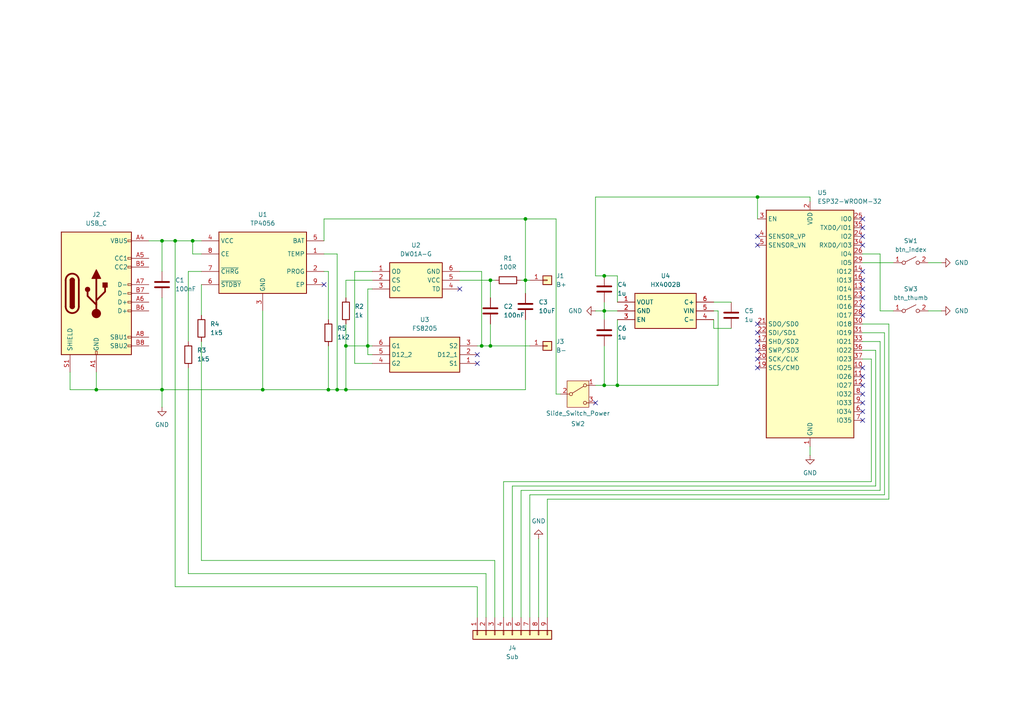
<source format=kicad_sch>
(kicad_sch
	(version 20250114)
	(generator "eeschema")
	(generator_version "9.0")
	(uuid "345bc13d-6add-4118-85b8-ae1fb4b40dd2")
	(paper "A4")
	(lib_symbols
		(symbol "Connector:USB_C_Receptacle_USB2.0_16P"
			(pin_names
				(offset 1.016)
			)
			(exclude_from_sim no)
			(in_bom yes)
			(on_board yes)
			(property "Reference" "J"
				(at 0 22.225 0)
				(effects
					(font
						(size 1.27 1.27)
					)
				)
			)
			(property "Value" "USB_C_Receptacle_USB2.0_16P"
				(at 0 19.685 0)
				(effects
					(font
						(size 1.27 1.27)
					)
				)
			)
			(property "Footprint" ""
				(at 3.81 0 0)
				(effects
					(font
						(size 1.27 1.27)
					)
					(hide yes)
				)
			)
			(property "Datasheet" "https://www.usb.org/sites/default/files/documents/usb_type-c.zip"
				(at 3.81 0 0)
				(effects
					(font
						(size 1.27 1.27)
					)
					(hide yes)
				)
			)
			(property "Description" "USB 2.0-only 16P Type-C Receptacle connector"
				(at 0 0 0)
				(effects
					(font
						(size 1.27 1.27)
					)
					(hide yes)
				)
			)
			(property "ki_keywords" "usb universal serial bus type-C USB2.0"
				(at 0 0 0)
				(effects
					(font
						(size 1.27 1.27)
					)
					(hide yes)
				)
			)
			(property "ki_fp_filters" "USB*C*Receptacle*"
				(at 0 0 0)
				(effects
					(font
						(size 1.27 1.27)
					)
					(hide yes)
				)
			)
			(symbol "USB_C_Receptacle_USB2.0_16P_0_0"
				(rectangle
					(start -0.254 -17.78)
					(end 0.254 -16.764)
					(stroke
						(width 0)
						(type default)
					)
					(fill
						(type none)
					)
				)
				(rectangle
					(start 10.16 15.494)
					(end 9.144 14.986)
					(stroke
						(width 0)
						(type default)
					)
					(fill
						(type none)
					)
				)
				(rectangle
					(start 10.16 10.414)
					(end 9.144 9.906)
					(stroke
						(width 0)
						(type default)
					)
					(fill
						(type none)
					)
				)
				(rectangle
					(start 10.16 7.874)
					(end 9.144 7.366)
					(stroke
						(width 0)
						(type default)
					)
					(fill
						(type none)
					)
				)
				(rectangle
					(start 10.16 2.794)
					(end 9.144 2.286)
					(stroke
						(width 0)
						(type default)
					)
					(fill
						(type none)
					)
				)
				(rectangle
					(start 10.16 0.254)
					(end 9.144 -0.254)
					(stroke
						(width 0)
						(type default)
					)
					(fill
						(type none)
					)
				)
				(rectangle
					(start 10.16 -2.286)
					(end 9.144 -2.794)
					(stroke
						(width 0)
						(type default)
					)
					(fill
						(type none)
					)
				)
				(rectangle
					(start 10.16 -4.826)
					(end 9.144 -5.334)
					(stroke
						(width 0)
						(type default)
					)
					(fill
						(type none)
					)
				)
				(rectangle
					(start 10.16 -12.446)
					(end 9.144 -12.954)
					(stroke
						(width 0)
						(type default)
					)
					(fill
						(type none)
					)
				)
				(rectangle
					(start 10.16 -14.986)
					(end 9.144 -15.494)
					(stroke
						(width 0)
						(type default)
					)
					(fill
						(type none)
					)
				)
			)
			(symbol "USB_C_Receptacle_USB2.0_16P_0_1"
				(rectangle
					(start -10.16 17.78)
					(end 10.16 -17.78)
					(stroke
						(width 0.254)
						(type default)
					)
					(fill
						(type background)
					)
				)
				(polyline
					(pts
						(xy -8.89 -3.81) (xy -8.89 3.81)
					)
					(stroke
						(width 0.508)
						(type default)
					)
					(fill
						(type none)
					)
				)
				(rectangle
					(start -7.62 -3.81)
					(end -6.35 3.81)
					(stroke
						(width 0.254)
						(type default)
					)
					(fill
						(type outline)
					)
				)
				(arc
					(start -7.62 3.81)
					(mid -6.985 4.4423)
					(end -6.35 3.81)
					(stroke
						(width 0.254)
						(type default)
					)
					(fill
						(type none)
					)
				)
				(arc
					(start -7.62 3.81)
					(mid -6.985 4.4423)
					(end -6.35 3.81)
					(stroke
						(width 0.254)
						(type default)
					)
					(fill
						(type outline)
					)
				)
				(arc
					(start -8.89 3.81)
					(mid -6.985 5.7067)
					(end -5.08 3.81)
					(stroke
						(width 0.508)
						(type default)
					)
					(fill
						(type none)
					)
				)
				(arc
					(start -5.08 -3.81)
					(mid -6.985 -5.7067)
					(end -8.89 -3.81)
					(stroke
						(width 0.508)
						(type default)
					)
					(fill
						(type none)
					)
				)
				(arc
					(start -6.35 -3.81)
					(mid -6.985 -4.4423)
					(end -7.62 -3.81)
					(stroke
						(width 0.254)
						(type default)
					)
					(fill
						(type none)
					)
				)
				(arc
					(start -6.35 -3.81)
					(mid -6.985 -4.4423)
					(end -7.62 -3.81)
					(stroke
						(width 0.254)
						(type default)
					)
					(fill
						(type outline)
					)
				)
				(polyline
					(pts
						(xy -5.08 3.81) (xy -5.08 -3.81)
					)
					(stroke
						(width 0.508)
						(type default)
					)
					(fill
						(type none)
					)
				)
				(circle
					(center -2.54 1.143)
					(radius 0.635)
					(stroke
						(width 0.254)
						(type default)
					)
					(fill
						(type outline)
					)
				)
				(polyline
					(pts
						(xy -1.27 4.318) (xy 0 6.858) (xy 1.27 4.318) (xy -1.27 4.318)
					)
					(stroke
						(width 0.254)
						(type default)
					)
					(fill
						(type outline)
					)
				)
				(polyline
					(pts
						(xy 0 -2.032) (xy 2.54 0.508) (xy 2.54 1.778)
					)
					(stroke
						(width 0.508)
						(type default)
					)
					(fill
						(type none)
					)
				)
				(polyline
					(pts
						(xy 0 -3.302) (xy -2.54 -0.762) (xy -2.54 0.508)
					)
					(stroke
						(width 0.508)
						(type default)
					)
					(fill
						(type none)
					)
				)
				(polyline
					(pts
						(xy 0 -5.842) (xy 0 4.318)
					)
					(stroke
						(width 0.508)
						(type default)
					)
					(fill
						(type none)
					)
				)
				(circle
					(center 0 -5.842)
					(radius 1.27)
					(stroke
						(width 0)
						(type default)
					)
					(fill
						(type outline)
					)
				)
				(rectangle
					(start 1.905 1.778)
					(end 3.175 3.048)
					(stroke
						(width 0.254)
						(type default)
					)
					(fill
						(type outline)
					)
				)
			)
			(symbol "USB_C_Receptacle_USB2.0_16P_1_1"
				(pin passive line
					(at -7.62 -22.86 90)
					(length 5.08)
					(name "SHIELD"
						(effects
							(font
								(size 1.27 1.27)
							)
						)
					)
					(number "S1"
						(effects
							(font
								(size 1.27 1.27)
							)
						)
					)
				)
				(pin passive line
					(at 0 -22.86 90)
					(length 5.08)
					(name "GND"
						(effects
							(font
								(size 1.27 1.27)
							)
						)
					)
					(number "A1"
						(effects
							(font
								(size 1.27 1.27)
							)
						)
					)
				)
				(pin passive line
					(at 0 -22.86 90)
					(length 5.08)
					(hide yes)
					(name "GND"
						(effects
							(font
								(size 1.27 1.27)
							)
						)
					)
					(number "A12"
						(effects
							(font
								(size 1.27 1.27)
							)
						)
					)
				)
				(pin passive line
					(at 0 -22.86 90)
					(length 5.08)
					(hide yes)
					(name "GND"
						(effects
							(font
								(size 1.27 1.27)
							)
						)
					)
					(number "B1"
						(effects
							(font
								(size 1.27 1.27)
							)
						)
					)
				)
				(pin passive line
					(at 0 -22.86 90)
					(length 5.08)
					(hide yes)
					(name "GND"
						(effects
							(font
								(size 1.27 1.27)
							)
						)
					)
					(number "B12"
						(effects
							(font
								(size 1.27 1.27)
							)
						)
					)
				)
				(pin passive line
					(at 15.24 15.24 180)
					(length 5.08)
					(name "VBUS"
						(effects
							(font
								(size 1.27 1.27)
							)
						)
					)
					(number "A4"
						(effects
							(font
								(size 1.27 1.27)
							)
						)
					)
				)
				(pin passive line
					(at 15.24 15.24 180)
					(length 5.08)
					(hide yes)
					(name "VBUS"
						(effects
							(font
								(size 1.27 1.27)
							)
						)
					)
					(number "A9"
						(effects
							(font
								(size 1.27 1.27)
							)
						)
					)
				)
				(pin passive line
					(at 15.24 15.24 180)
					(length 5.08)
					(hide yes)
					(name "VBUS"
						(effects
							(font
								(size 1.27 1.27)
							)
						)
					)
					(number "B4"
						(effects
							(font
								(size 1.27 1.27)
							)
						)
					)
				)
				(pin passive line
					(at 15.24 15.24 180)
					(length 5.08)
					(hide yes)
					(name "VBUS"
						(effects
							(font
								(size 1.27 1.27)
							)
						)
					)
					(number "B9"
						(effects
							(font
								(size 1.27 1.27)
							)
						)
					)
				)
				(pin bidirectional line
					(at 15.24 10.16 180)
					(length 5.08)
					(name "CC1"
						(effects
							(font
								(size 1.27 1.27)
							)
						)
					)
					(number "A5"
						(effects
							(font
								(size 1.27 1.27)
							)
						)
					)
				)
				(pin bidirectional line
					(at 15.24 7.62 180)
					(length 5.08)
					(name "CC2"
						(effects
							(font
								(size 1.27 1.27)
							)
						)
					)
					(number "B5"
						(effects
							(font
								(size 1.27 1.27)
							)
						)
					)
				)
				(pin bidirectional line
					(at 15.24 2.54 180)
					(length 5.08)
					(name "D-"
						(effects
							(font
								(size 1.27 1.27)
							)
						)
					)
					(number "A7"
						(effects
							(font
								(size 1.27 1.27)
							)
						)
					)
				)
				(pin bidirectional line
					(at 15.24 0 180)
					(length 5.08)
					(name "D-"
						(effects
							(font
								(size 1.27 1.27)
							)
						)
					)
					(number "B7"
						(effects
							(font
								(size 1.27 1.27)
							)
						)
					)
				)
				(pin bidirectional line
					(at 15.24 -2.54 180)
					(length 5.08)
					(name "D+"
						(effects
							(font
								(size 1.27 1.27)
							)
						)
					)
					(number "A6"
						(effects
							(font
								(size 1.27 1.27)
							)
						)
					)
				)
				(pin bidirectional line
					(at 15.24 -5.08 180)
					(length 5.08)
					(name "D+"
						(effects
							(font
								(size 1.27 1.27)
							)
						)
					)
					(number "B6"
						(effects
							(font
								(size 1.27 1.27)
							)
						)
					)
				)
				(pin bidirectional line
					(at 15.24 -12.7 180)
					(length 5.08)
					(name "SBU1"
						(effects
							(font
								(size 1.27 1.27)
							)
						)
					)
					(number "A8"
						(effects
							(font
								(size 1.27 1.27)
							)
						)
					)
				)
				(pin bidirectional line
					(at 15.24 -15.24 180)
					(length 5.08)
					(name "SBU2"
						(effects
							(font
								(size 1.27 1.27)
							)
						)
					)
					(number "B8"
						(effects
							(font
								(size 1.27 1.27)
							)
						)
					)
				)
			)
			(embedded_fonts no)
		)
		(symbol "Connector_Generic:Conn_01x01"
			(pin_names
				(offset 1.016)
				(hide yes)
			)
			(exclude_from_sim no)
			(in_bom yes)
			(on_board yes)
			(property "Reference" "J"
				(at 0 2.54 0)
				(effects
					(font
						(size 1.27 1.27)
					)
				)
			)
			(property "Value" "Conn_01x01"
				(at 0 -2.54 0)
				(effects
					(font
						(size 1.27 1.27)
					)
				)
			)
			(property "Footprint" ""
				(at 0 0 0)
				(effects
					(font
						(size 1.27 1.27)
					)
					(hide yes)
				)
			)
			(property "Datasheet" "~"
				(at 0 0 0)
				(effects
					(font
						(size 1.27 1.27)
					)
					(hide yes)
				)
			)
			(property "Description" "Generic connector, single row, 01x01, script generated (kicad-library-utils/schlib/autogen/connector/)"
				(at 0 0 0)
				(effects
					(font
						(size 1.27 1.27)
					)
					(hide yes)
				)
			)
			(property "ki_keywords" "connector"
				(at 0 0 0)
				(effects
					(font
						(size 1.27 1.27)
					)
					(hide yes)
				)
			)
			(property "ki_fp_filters" "Connector*:*_1x??_*"
				(at 0 0 0)
				(effects
					(font
						(size 1.27 1.27)
					)
					(hide yes)
				)
			)
			(symbol "Conn_01x01_1_1"
				(rectangle
					(start -1.27 1.27)
					(end 1.27 -1.27)
					(stroke
						(width 0.254)
						(type default)
					)
					(fill
						(type background)
					)
				)
				(rectangle
					(start -1.27 0.127)
					(end 0 -0.127)
					(stroke
						(width 0.1524)
						(type default)
					)
					(fill
						(type none)
					)
				)
				(pin passive line
					(at -5.08 0 0)
					(length 3.81)
					(name "Pin_1"
						(effects
							(font
								(size 1.27 1.27)
							)
						)
					)
					(number "1"
						(effects
							(font
								(size 1.27 1.27)
							)
						)
					)
				)
			)
			(embedded_fonts no)
		)
		(symbol "Connector_Generic:Conn_01x09"
			(pin_names
				(offset 1.016)
				(hide yes)
			)
			(exclude_from_sim no)
			(in_bom yes)
			(on_board yes)
			(property "Reference" "J"
				(at 0 12.7 0)
				(effects
					(font
						(size 1.27 1.27)
					)
				)
			)
			(property "Value" "Conn_01x09"
				(at 0 -12.7 0)
				(effects
					(font
						(size 1.27 1.27)
					)
				)
			)
			(property "Footprint" ""
				(at 0 0 0)
				(effects
					(font
						(size 1.27 1.27)
					)
					(hide yes)
				)
			)
			(property "Datasheet" "~"
				(at 0 0 0)
				(effects
					(font
						(size 1.27 1.27)
					)
					(hide yes)
				)
			)
			(property "Description" "Generic connector, single row, 01x09, script generated (kicad-library-utils/schlib/autogen/connector/)"
				(at 0 0 0)
				(effects
					(font
						(size 1.27 1.27)
					)
					(hide yes)
				)
			)
			(property "ki_keywords" "connector"
				(at 0 0 0)
				(effects
					(font
						(size 1.27 1.27)
					)
					(hide yes)
				)
			)
			(property "ki_fp_filters" "Connector*:*_1x??_*"
				(at 0 0 0)
				(effects
					(font
						(size 1.27 1.27)
					)
					(hide yes)
				)
			)
			(symbol "Conn_01x09_1_1"
				(rectangle
					(start -1.27 11.43)
					(end 1.27 -11.43)
					(stroke
						(width 0.254)
						(type default)
					)
					(fill
						(type background)
					)
				)
				(rectangle
					(start -1.27 10.287)
					(end 0 10.033)
					(stroke
						(width 0.1524)
						(type default)
					)
					(fill
						(type none)
					)
				)
				(rectangle
					(start -1.27 7.747)
					(end 0 7.493)
					(stroke
						(width 0.1524)
						(type default)
					)
					(fill
						(type none)
					)
				)
				(rectangle
					(start -1.27 5.207)
					(end 0 4.953)
					(stroke
						(width 0.1524)
						(type default)
					)
					(fill
						(type none)
					)
				)
				(rectangle
					(start -1.27 2.667)
					(end 0 2.413)
					(stroke
						(width 0.1524)
						(type default)
					)
					(fill
						(type none)
					)
				)
				(rectangle
					(start -1.27 0.127)
					(end 0 -0.127)
					(stroke
						(width 0.1524)
						(type default)
					)
					(fill
						(type none)
					)
				)
				(rectangle
					(start -1.27 -2.413)
					(end 0 -2.667)
					(stroke
						(width 0.1524)
						(type default)
					)
					(fill
						(type none)
					)
				)
				(rectangle
					(start -1.27 -4.953)
					(end 0 -5.207)
					(stroke
						(width 0.1524)
						(type default)
					)
					(fill
						(type none)
					)
				)
				(rectangle
					(start -1.27 -7.493)
					(end 0 -7.747)
					(stroke
						(width 0.1524)
						(type default)
					)
					(fill
						(type none)
					)
				)
				(rectangle
					(start -1.27 -10.033)
					(end 0 -10.287)
					(stroke
						(width 0.1524)
						(type default)
					)
					(fill
						(type none)
					)
				)
				(pin passive line
					(at -5.08 10.16 0)
					(length 3.81)
					(name "Pin_1"
						(effects
							(font
								(size 1.27 1.27)
							)
						)
					)
					(number "1"
						(effects
							(font
								(size 1.27 1.27)
							)
						)
					)
				)
				(pin passive line
					(at -5.08 7.62 0)
					(length 3.81)
					(name "Pin_2"
						(effects
							(font
								(size 1.27 1.27)
							)
						)
					)
					(number "2"
						(effects
							(font
								(size 1.27 1.27)
							)
						)
					)
				)
				(pin passive line
					(at -5.08 5.08 0)
					(length 3.81)
					(name "Pin_3"
						(effects
							(font
								(size 1.27 1.27)
							)
						)
					)
					(number "3"
						(effects
							(font
								(size 1.27 1.27)
							)
						)
					)
				)
				(pin passive line
					(at -5.08 2.54 0)
					(length 3.81)
					(name "Pin_4"
						(effects
							(font
								(size 1.27 1.27)
							)
						)
					)
					(number "4"
						(effects
							(font
								(size 1.27 1.27)
							)
						)
					)
				)
				(pin passive line
					(at -5.08 0 0)
					(length 3.81)
					(name "Pin_5"
						(effects
							(font
								(size 1.27 1.27)
							)
						)
					)
					(number "5"
						(effects
							(font
								(size 1.27 1.27)
							)
						)
					)
				)
				(pin passive line
					(at -5.08 -2.54 0)
					(length 3.81)
					(name "Pin_6"
						(effects
							(font
								(size 1.27 1.27)
							)
						)
					)
					(number "6"
						(effects
							(font
								(size 1.27 1.27)
							)
						)
					)
				)
				(pin passive line
					(at -5.08 -5.08 0)
					(length 3.81)
					(name "Pin_7"
						(effects
							(font
								(size 1.27 1.27)
							)
						)
					)
					(number "7"
						(effects
							(font
								(size 1.27 1.27)
							)
						)
					)
				)
				(pin passive line
					(at -5.08 -7.62 0)
					(length 3.81)
					(name "Pin_8"
						(effects
							(font
								(size 1.27 1.27)
							)
						)
					)
					(number "8"
						(effects
							(font
								(size 1.27 1.27)
							)
						)
					)
				)
				(pin passive line
					(at -5.08 -10.16 0)
					(length 3.81)
					(name "Pin_9"
						(effects
							(font
								(size 1.27 1.27)
							)
						)
					)
					(number "9"
						(effects
							(font
								(size 1.27 1.27)
							)
						)
					)
				)
			)
			(embedded_fonts no)
		)
		(symbol "Device:C"
			(pin_numbers
				(hide yes)
			)
			(pin_names
				(offset 0.254)
			)
			(exclude_from_sim no)
			(in_bom yes)
			(on_board yes)
			(property "Reference" "C"
				(at 0.635 2.54 0)
				(effects
					(font
						(size 1.27 1.27)
					)
					(justify left)
				)
			)
			(property "Value" "C"
				(at 0.635 -2.54 0)
				(effects
					(font
						(size 1.27 1.27)
					)
					(justify left)
				)
			)
			(property "Footprint" ""
				(at 0.9652 -3.81 0)
				(effects
					(font
						(size 1.27 1.27)
					)
					(hide yes)
				)
			)
			(property "Datasheet" "~"
				(at 0 0 0)
				(effects
					(font
						(size 1.27 1.27)
					)
					(hide yes)
				)
			)
			(property "Description" "Unpolarized capacitor"
				(at 0 0 0)
				(effects
					(font
						(size 1.27 1.27)
					)
					(hide yes)
				)
			)
			(property "ki_keywords" "cap capacitor"
				(at 0 0 0)
				(effects
					(font
						(size 1.27 1.27)
					)
					(hide yes)
				)
			)
			(property "ki_fp_filters" "C_*"
				(at 0 0 0)
				(effects
					(font
						(size 1.27 1.27)
					)
					(hide yes)
				)
			)
			(symbol "C_0_1"
				(polyline
					(pts
						(xy -2.032 0.762) (xy 2.032 0.762)
					)
					(stroke
						(width 0.508)
						(type default)
					)
					(fill
						(type none)
					)
				)
				(polyline
					(pts
						(xy -2.032 -0.762) (xy 2.032 -0.762)
					)
					(stroke
						(width 0.508)
						(type default)
					)
					(fill
						(type none)
					)
				)
			)
			(symbol "C_1_1"
				(pin passive line
					(at 0 3.81 270)
					(length 2.794)
					(name "~"
						(effects
							(font
								(size 1.27 1.27)
							)
						)
					)
					(number "1"
						(effects
							(font
								(size 1.27 1.27)
							)
						)
					)
				)
				(pin passive line
					(at 0 -3.81 90)
					(length 2.794)
					(name "~"
						(effects
							(font
								(size 1.27 1.27)
							)
						)
					)
					(number "2"
						(effects
							(font
								(size 1.27 1.27)
							)
						)
					)
				)
			)
			(embedded_fonts no)
		)
		(symbol "Device:R"
			(pin_numbers
				(hide yes)
			)
			(pin_names
				(offset 0)
			)
			(exclude_from_sim no)
			(in_bom yes)
			(on_board yes)
			(property "Reference" "R"
				(at 2.032 0 90)
				(effects
					(font
						(size 1.27 1.27)
					)
				)
			)
			(property "Value" "R"
				(at 0 0 90)
				(effects
					(font
						(size 1.27 1.27)
					)
				)
			)
			(property "Footprint" ""
				(at -1.778 0 90)
				(effects
					(font
						(size 1.27 1.27)
					)
					(hide yes)
				)
			)
			(property "Datasheet" "~"
				(at 0 0 0)
				(effects
					(font
						(size 1.27 1.27)
					)
					(hide yes)
				)
			)
			(property "Description" "Resistor"
				(at 0 0 0)
				(effects
					(font
						(size 1.27 1.27)
					)
					(hide yes)
				)
			)
			(property "ki_keywords" "R res resistor"
				(at 0 0 0)
				(effects
					(font
						(size 1.27 1.27)
					)
					(hide yes)
				)
			)
			(property "ki_fp_filters" "R_*"
				(at 0 0 0)
				(effects
					(font
						(size 1.27 1.27)
					)
					(hide yes)
				)
			)
			(symbol "R_0_1"
				(rectangle
					(start -1.016 -2.54)
					(end 1.016 2.54)
					(stroke
						(width 0.254)
						(type default)
					)
					(fill
						(type none)
					)
				)
			)
			(symbol "R_1_1"
				(pin passive line
					(at 0 3.81 270)
					(length 1.27)
					(name "~"
						(effects
							(font
								(size 1.27 1.27)
							)
						)
					)
					(number "1"
						(effects
							(font
								(size 1.27 1.27)
							)
						)
					)
				)
				(pin passive line
					(at 0 -3.81 90)
					(length 1.27)
					(name "~"
						(effects
							(font
								(size 1.27 1.27)
							)
						)
					)
					(number "2"
						(effects
							(font
								(size 1.27 1.27)
							)
						)
					)
				)
			)
			(embedded_fonts no)
		)
		(symbol "RF_Module:ESP32-WROOM-32"
			(exclude_from_sim no)
			(in_bom yes)
			(on_board yes)
			(property "Reference" "U"
				(at -12.7 34.29 0)
				(effects
					(font
						(size 1.27 1.27)
					)
					(justify left)
				)
			)
			(property "Value" "ESP32-WROOM-32"
				(at 1.27 34.29 0)
				(effects
					(font
						(size 1.27 1.27)
					)
					(justify left)
				)
			)
			(property "Footprint" "RF_Module:ESP32-WROOM-32"
				(at 0 -38.1 0)
				(effects
					(font
						(size 1.27 1.27)
					)
					(hide yes)
				)
			)
			(property "Datasheet" "https://www.espressif.com/sites/default/files/documentation/esp32-wroom-32_datasheet_en.pdf"
				(at -7.62 1.27 0)
				(effects
					(font
						(size 1.27 1.27)
					)
					(hide yes)
				)
			)
			(property "Description" "RF Module, ESP32-D0WDQ6 SoC, Wi-Fi 802.11b/g/n, Bluetooth, BLE, 32-bit, 2.7-3.6V, onboard antenna, SMD"
				(at 0 0 0)
				(effects
					(font
						(size 1.27 1.27)
					)
					(hide yes)
				)
			)
			(property "ki_keywords" "RF Radio BT ESP ESP32 Espressif onboard PCB antenna"
				(at 0 0 0)
				(effects
					(font
						(size 1.27 1.27)
					)
					(hide yes)
				)
			)
			(property "ki_fp_filters" "ESP32?WROOM?32*"
				(at 0 0 0)
				(effects
					(font
						(size 1.27 1.27)
					)
					(hide yes)
				)
			)
			(symbol "ESP32-WROOM-32_0_1"
				(rectangle
					(start -12.7 33.02)
					(end 12.7 -33.02)
					(stroke
						(width 0.254)
						(type default)
					)
					(fill
						(type background)
					)
				)
			)
			(symbol "ESP32-WROOM-32_1_1"
				(pin input line
					(at -15.24 30.48 0)
					(length 2.54)
					(name "EN"
						(effects
							(font
								(size 1.27 1.27)
							)
						)
					)
					(number "3"
						(effects
							(font
								(size 1.27 1.27)
							)
						)
					)
				)
				(pin input line
					(at -15.24 25.4 0)
					(length 2.54)
					(name "SENSOR_VP"
						(effects
							(font
								(size 1.27 1.27)
							)
						)
					)
					(number "4"
						(effects
							(font
								(size 1.27 1.27)
							)
						)
					)
				)
				(pin input line
					(at -15.24 22.86 0)
					(length 2.54)
					(name "SENSOR_VN"
						(effects
							(font
								(size 1.27 1.27)
							)
						)
					)
					(number "5"
						(effects
							(font
								(size 1.27 1.27)
							)
						)
					)
				)
				(pin bidirectional line
					(at -15.24 0 0)
					(length 2.54)
					(name "SDO/SD0"
						(effects
							(font
								(size 1.27 1.27)
							)
						)
					)
					(number "21"
						(effects
							(font
								(size 1.27 1.27)
							)
						)
					)
				)
				(pin bidirectional line
					(at -15.24 -2.54 0)
					(length 2.54)
					(name "SDI/SD1"
						(effects
							(font
								(size 1.27 1.27)
							)
						)
					)
					(number "22"
						(effects
							(font
								(size 1.27 1.27)
							)
						)
					)
				)
				(pin bidirectional line
					(at -15.24 -5.08 0)
					(length 2.54)
					(name "SHD/SD2"
						(effects
							(font
								(size 1.27 1.27)
							)
						)
					)
					(number "17"
						(effects
							(font
								(size 1.27 1.27)
							)
						)
					)
				)
				(pin bidirectional line
					(at -15.24 -7.62 0)
					(length 2.54)
					(name "SWP/SD3"
						(effects
							(font
								(size 1.27 1.27)
							)
						)
					)
					(number "18"
						(effects
							(font
								(size 1.27 1.27)
							)
						)
					)
				)
				(pin bidirectional line
					(at -15.24 -10.16 0)
					(length 2.54)
					(name "SCK/CLK"
						(effects
							(font
								(size 1.27 1.27)
							)
						)
					)
					(number "20"
						(effects
							(font
								(size 1.27 1.27)
							)
						)
					)
				)
				(pin bidirectional line
					(at -15.24 -12.7 0)
					(length 2.54)
					(name "SCS/CMD"
						(effects
							(font
								(size 1.27 1.27)
							)
						)
					)
					(number "19"
						(effects
							(font
								(size 1.27 1.27)
							)
						)
					)
				)
				(pin no_connect line
					(at -12.7 -27.94 0)
					(length 2.54)
					(hide yes)
					(name "NC"
						(effects
							(font
								(size 1.27 1.27)
							)
						)
					)
					(number "32"
						(effects
							(font
								(size 1.27 1.27)
							)
						)
					)
				)
				(pin power_in line
					(at 0 35.56 270)
					(length 2.54)
					(name "VDD"
						(effects
							(font
								(size 1.27 1.27)
							)
						)
					)
					(number "2"
						(effects
							(font
								(size 1.27 1.27)
							)
						)
					)
				)
				(pin power_in line
					(at 0 -35.56 90)
					(length 2.54)
					(name "GND"
						(effects
							(font
								(size 1.27 1.27)
							)
						)
					)
					(number "1"
						(effects
							(font
								(size 1.27 1.27)
							)
						)
					)
				)
				(pin passive line
					(at 0 -35.56 90)
					(length 2.54)
					(hide yes)
					(name "GND"
						(effects
							(font
								(size 1.27 1.27)
							)
						)
					)
					(number "15"
						(effects
							(font
								(size 1.27 1.27)
							)
						)
					)
				)
				(pin passive line
					(at 0 -35.56 90)
					(length 2.54)
					(hide yes)
					(name "GND"
						(effects
							(font
								(size 1.27 1.27)
							)
						)
					)
					(number "38"
						(effects
							(font
								(size 1.27 1.27)
							)
						)
					)
				)
				(pin passive line
					(at 0 -35.56 90)
					(length 2.54)
					(hide yes)
					(name "GND"
						(effects
							(font
								(size 1.27 1.27)
							)
						)
					)
					(number "39"
						(effects
							(font
								(size 1.27 1.27)
							)
						)
					)
				)
				(pin bidirectional line
					(at 15.24 30.48 180)
					(length 2.54)
					(name "IO0"
						(effects
							(font
								(size 1.27 1.27)
							)
						)
					)
					(number "25"
						(effects
							(font
								(size 1.27 1.27)
							)
						)
					)
				)
				(pin bidirectional line
					(at 15.24 27.94 180)
					(length 2.54)
					(name "TXD0/IO1"
						(effects
							(font
								(size 1.27 1.27)
							)
						)
					)
					(number "35"
						(effects
							(font
								(size 1.27 1.27)
							)
						)
					)
				)
				(pin bidirectional line
					(at 15.24 25.4 180)
					(length 2.54)
					(name "IO2"
						(effects
							(font
								(size 1.27 1.27)
							)
						)
					)
					(number "24"
						(effects
							(font
								(size 1.27 1.27)
							)
						)
					)
				)
				(pin bidirectional line
					(at 15.24 22.86 180)
					(length 2.54)
					(name "RXD0/IO3"
						(effects
							(font
								(size 1.27 1.27)
							)
						)
					)
					(number "34"
						(effects
							(font
								(size 1.27 1.27)
							)
						)
					)
				)
				(pin bidirectional line
					(at 15.24 20.32 180)
					(length 2.54)
					(name "IO4"
						(effects
							(font
								(size 1.27 1.27)
							)
						)
					)
					(number "26"
						(effects
							(font
								(size 1.27 1.27)
							)
						)
					)
				)
				(pin bidirectional line
					(at 15.24 17.78 180)
					(length 2.54)
					(name "IO5"
						(effects
							(font
								(size 1.27 1.27)
							)
						)
					)
					(number "29"
						(effects
							(font
								(size 1.27 1.27)
							)
						)
					)
				)
				(pin bidirectional line
					(at 15.24 15.24 180)
					(length 2.54)
					(name "IO12"
						(effects
							(font
								(size 1.27 1.27)
							)
						)
					)
					(number "14"
						(effects
							(font
								(size 1.27 1.27)
							)
						)
					)
				)
				(pin bidirectional line
					(at 15.24 12.7 180)
					(length 2.54)
					(name "IO13"
						(effects
							(font
								(size 1.27 1.27)
							)
						)
					)
					(number "16"
						(effects
							(font
								(size 1.27 1.27)
							)
						)
					)
				)
				(pin bidirectional line
					(at 15.24 10.16 180)
					(length 2.54)
					(name "IO14"
						(effects
							(font
								(size 1.27 1.27)
							)
						)
					)
					(number "13"
						(effects
							(font
								(size 1.27 1.27)
							)
						)
					)
				)
				(pin bidirectional line
					(at 15.24 7.62 180)
					(length 2.54)
					(name "IO15"
						(effects
							(font
								(size 1.27 1.27)
							)
						)
					)
					(number "23"
						(effects
							(font
								(size 1.27 1.27)
							)
						)
					)
				)
				(pin bidirectional line
					(at 15.24 5.08 180)
					(length 2.54)
					(name "IO16"
						(effects
							(font
								(size 1.27 1.27)
							)
						)
					)
					(number "27"
						(effects
							(font
								(size 1.27 1.27)
							)
						)
					)
				)
				(pin bidirectional line
					(at 15.24 2.54 180)
					(length 2.54)
					(name "IO17"
						(effects
							(font
								(size 1.27 1.27)
							)
						)
					)
					(number "28"
						(effects
							(font
								(size 1.27 1.27)
							)
						)
					)
				)
				(pin bidirectional line
					(at 15.24 0 180)
					(length 2.54)
					(name "IO18"
						(effects
							(font
								(size 1.27 1.27)
							)
						)
					)
					(number "30"
						(effects
							(font
								(size 1.27 1.27)
							)
						)
					)
				)
				(pin bidirectional line
					(at 15.24 -2.54 180)
					(length 2.54)
					(name "IO19"
						(effects
							(font
								(size 1.27 1.27)
							)
						)
					)
					(number "31"
						(effects
							(font
								(size 1.27 1.27)
							)
						)
					)
				)
				(pin bidirectional line
					(at 15.24 -5.08 180)
					(length 2.54)
					(name "IO21"
						(effects
							(font
								(size 1.27 1.27)
							)
						)
					)
					(number "33"
						(effects
							(font
								(size 1.27 1.27)
							)
						)
					)
				)
				(pin bidirectional line
					(at 15.24 -7.62 180)
					(length 2.54)
					(name "IO22"
						(effects
							(font
								(size 1.27 1.27)
							)
						)
					)
					(number "36"
						(effects
							(font
								(size 1.27 1.27)
							)
						)
					)
				)
				(pin bidirectional line
					(at 15.24 -10.16 180)
					(length 2.54)
					(name "IO23"
						(effects
							(font
								(size 1.27 1.27)
							)
						)
					)
					(number "37"
						(effects
							(font
								(size 1.27 1.27)
							)
						)
					)
				)
				(pin bidirectional line
					(at 15.24 -12.7 180)
					(length 2.54)
					(name "IO25"
						(effects
							(font
								(size 1.27 1.27)
							)
						)
					)
					(number "10"
						(effects
							(font
								(size 1.27 1.27)
							)
						)
					)
				)
				(pin bidirectional line
					(at 15.24 -15.24 180)
					(length 2.54)
					(name "IO26"
						(effects
							(font
								(size 1.27 1.27)
							)
						)
					)
					(number "11"
						(effects
							(font
								(size 1.27 1.27)
							)
						)
					)
				)
				(pin bidirectional line
					(at 15.24 -17.78 180)
					(length 2.54)
					(name "IO27"
						(effects
							(font
								(size 1.27 1.27)
							)
						)
					)
					(number "12"
						(effects
							(font
								(size 1.27 1.27)
							)
						)
					)
				)
				(pin bidirectional line
					(at 15.24 -20.32 180)
					(length 2.54)
					(name "IO32"
						(effects
							(font
								(size 1.27 1.27)
							)
						)
					)
					(number "8"
						(effects
							(font
								(size 1.27 1.27)
							)
						)
					)
				)
				(pin bidirectional line
					(at 15.24 -22.86 180)
					(length 2.54)
					(name "IO33"
						(effects
							(font
								(size 1.27 1.27)
							)
						)
					)
					(number "9"
						(effects
							(font
								(size 1.27 1.27)
							)
						)
					)
				)
				(pin input line
					(at 15.24 -25.4 180)
					(length 2.54)
					(name "IO34"
						(effects
							(font
								(size 1.27 1.27)
							)
						)
					)
					(number "6"
						(effects
							(font
								(size 1.27 1.27)
							)
						)
					)
				)
				(pin input line
					(at 15.24 -27.94 180)
					(length 2.54)
					(name "IO35"
						(effects
							(font
								(size 1.27 1.27)
							)
						)
					)
					(number "7"
						(effects
							(font
								(size 1.27 1.27)
							)
						)
					)
				)
			)
			(embedded_fonts no)
		)
		(symbol "SamacSys_Parts:DW01A-G"
			(exclude_from_sim no)
			(in_bom yes)
			(on_board yes)
			(property "Reference" "IC"
				(at 21.59 7.62 0)
				(effects
					(font
						(size 1.27 1.27)
					)
					(justify left top)
				)
			)
			(property "Value" "DW01A-G"
				(at 21.59 5.08 0)
				(effects
					(font
						(size 1.27 1.27)
					)
					(justify left top)
				)
			)
			(property "Footprint" "SOT95P280X135-6N"
				(at 21.59 -94.92 0)
				(effects
					(font
						(size 1.27 1.27)
					)
					(justify left top)
					(hide yes)
				)
			)
			(property "Datasheet" "http://acoptex.com/uploads/DW01A.pdf"
				(at 21.59 -194.92 0)
				(effects
					(font
						(size 1.27 1.27)
					)
					(justify left top)
					(hide yes)
				)
			)
			(property "Description" "One Cell Lithium-ion/Polymer Battery Protection IC"
				(at 0 0 0)
				(effects
					(font
						(size 1.27 1.27)
					)
					(hide yes)
				)
			)
			(property "Height" "1.35"
				(at 21.59 -394.92 0)
				(effects
					(font
						(size 1.27 1.27)
					)
					(justify left top)
					(hide yes)
				)
			)
			(property "Manufacturer_Name" "Fortune Semiconductor Corporation"
				(at 21.59 -494.92 0)
				(effects
					(font
						(size 1.27 1.27)
					)
					(justify left top)
					(hide yes)
				)
			)
			(property "Manufacturer_Part_Number" "DW01A-G"
				(at 21.59 -594.92 0)
				(effects
					(font
						(size 1.27 1.27)
					)
					(justify left top)
					(hide yes)
				)
			)
			(property "Mouser Part Number" ""
				(at 21.59 -694.92 0)
				(effects
					(font
						(size 1.27 1.27)
					)
					(justify left top)
					(hide yes)
				)
			)
			(property "Mouser Price/Stock" ""
				(at 21.59 -794.92 0)
				(effects
					(font
						(size 1.27 1.27)
					)
					(justify left top)
					(hide yes)
				)
			)
			(property "Arrow Part Number" ""
				(at 21.59 -894.92 0)
				(effects
					(font
						(size 1.27 1.27)
					)
					(justify left top)
					(hide yes)
				)
			)
			(property "Arrow Price/Stock" ""
				(at 21.59 -994.92 0)
				(effects
					(font
						(size 1.27 1.27)
					)
					(justify left top)
					(hide yes)
				)
			)
			(symbol "DW01A-G_1_1"
				(rectangle
					(start 5.08 2.54)
					(end 20.32 -7.62)
					(stroke
						(width 0.254)
						(type default)
					)
					(fill
						(type background)
					)
				)
				(pin passive line
					(at 0 0 0)
					(length 5.08)
					(name "OD"
						(effects
							(font
								(size 1.27 1.27)
							)
						)
					)
					(number "1"
						(effects
							(font
								(size 1.27 1.27)
							)
						)
					)
				)
				(pin passive line
					(at 0 -2.54 0)
					(length 5.08)
					(name "CS"
						(effects
							(font
								(size 1.27 1.27)
							)
						)
					)
					(number "2"
						(effects
							(font
								(size 1.27 1.27)
							)
						)
					)
				)
				(pin passive line
					(at 0 -5.08 0)
					(length 5.08)
					(name "OC"
						(effects
							(font
								(size 1.27 1.27)
							)
						)
					)
					(number "3"
						(effects
							(font
								(size 1.27 1.27)
							)
						)
					)
				)
				(pin passive line
					(at 25.4 0 180)
					(length 5.08)
					(name "GND"
						(effects
							(font
								(size 1.27 1.27)
							)
						)
					)
					(number "6"
						(effects
							(font
								(size 1.27 1.27)
							)
						)
					)
				)
				(pin passive line
					(at 25.4 -2.54 180)
					(length 5.08)
					(name "VCC"
						(effects
							(font
								(size 1.27 1.27)
							)
						)
					)
					(number "5"
						(effects
							(font
								(size 1.27 1.27)
							)
						)
					)
				)
				(pin passive line
					(at 25.4 -5.08 180)
					(length 5.08)
					(name "TD"
						(effects
							(font
								(size 1.27 1.27)
							)
						)
					)
					(number "4"
						(effects
							(font
								(size 1.27 1.27)
							)
						)
					)
				)
			)
			(embedded_fonts no)
		)
		(symbol "SamacSys_Parts:FS8205"
			(exclude_from_sim no)
			(in_bom yes)
			(on_board yes)
			(property "Reference" "Q"
				(at 26.67 7.62 0)
				(effects
					(font
						(size 1.27 1.27)
					)
					(justify left top)
				)
			)
			(property "Value" "FS8205"
				(at 26.67 5.08 0)
				(effects
					(font
						(size 1.27 1.27)
					)
					(justify left top)
				)
			)
			(property "Footprint" "FS8205"
				(at 26.67 -94.92 0)
				(effects
					(font
						(size 1.27 1.27)
					)
					(justify left top)
					(hide yes)
				)
			)
			(property "Datasheet" "https://www.ic-fortune.com/upload/Download/FS8205-DS-19_EN.pdf"
				(at 26.67 -194.92 0)
				(effects
					(font
						(size 1.27 1.27)
					)
					(justify left top)
					(hide yes)
				)
			)
			(property "Description" "DUAL N-CHANNEL ENHANCEMENT MODE POWER MOFSET"
				(at 0 0 0)
				(effects
					(font
						(size 1.27 1.27)
					)
					(hide yes)
				)
			)
			(property "Height" "1"
				(at 26.67 -394.92 0)
				(effects
					(font
						(size 1.27 1.27)
					)
					(justify left top)
					(hide yes)
				)
			)
			(property "Manufacturer_Name" "Fortune Semiconductor Corporation"
				(at 26.67 -494.92 0)
				(effects
					(font
						(size 1.27 1.27)
					)
					(justify left top)
					(hide yes)
				)
			)
			(property "Manufacturer_Part_Number" "FS8205"
				(at 26.67 -594.92 0)
				(effects
					(font
						(size 1.27 1.27)
					)
					(justify left top)
					(hide yes)
				)
			)
			(property "Mouser Part Number" ""
				(at 26.67 -694.92 0)
				(effects
					(font
						(size 1.27 1.27)
					)
					(justify left top)
					(hide yes)
				)
			)
			(property "Mouser Price/Stock" ""
				(at 26.67 -794.92 0)
				(effects
					(font
						(size 1.27 1.27)
					)
					(justify left top)
					(hide yes)
				)
			)
			(property "Arrow Part Number" ""
				(at 26.67 -894.92 0)
				(effects
					(font
						(size 1.27 1.27)
					)
					(justify left top)
					(hide yes)
				)
			)
			(property "Arrow Price/Stock" ""
				(at 26.67 -994.92 0)
				(effects
					(font
						(size 1.27 1.27)
					)
					(justify left top)
					(hide yes)
				)
			)
			(symbol "FS8205_1_1"
				(rectangle
					(start 5.08 2.54)
					(end 25.4 -7.62)
					(stroke
						(width 0.254)
						(type default)
					)
					(fill
						(type background)
					)
				)
				(pin passive line
					(at 0 0 0)
					(length 5.08)
					(name "S1"
						(effects
							(font
								(size 1.27 1.27)
							)
						)
					)
					(number "1"
						(effects
							(font
								(size 1.27 1.27)
							)
						)
					)
				)
				(pin passive line
					(at 0 -2.54 0)
					(length 5.08)
					(name "D12_1"
						(effects
							(font
								(size 1.27 1.27)
							)
						)
					)
					(number "2"
						(effects
							(font
								(size 1.27 1.27)
							)
						)
					)
				)
				(pin passive line
					(at 0 -5.08 0)
					(length 5.08)
					(name "S2"
						(effects
							(font
								(size 1.27 1.27)
							)
						)
					)
					(number "3"
						(effects
							(font
								(size 1.27 1.27)
							)
						)
					)
				)
				(pin passive line
					(at 30.48 0 180)
					(length 5.08)
					(name "G2"
						(effects
							(font
								(size 1.27 1.27)
							)
						)
					)
					(number "4"
						(effects
							(font
								(size 1.27 1.27)
							)
						)
					)
				)
				(pin passive line
					(at 30.48 -2.54 180)
					(length 5.08)
					(name "D12_2"
						(effects
							(font
								(size 1.27 1.27)
							)
						)
					)
					(number "5"
						(effects
							(font
								(size 1.27 1.27)
							)
						)
					)
				)
				(pin passive line
					(at 30.48 -5.08 180)
					(length 5.08)
					(name "G1"
						(effects
							(font
								(size 1.27 1.27)
							)
						)
					)
					(number "6"
						(effects
							(font
								(size 1.27 1.27)
							)
						)
					)
				)
			)
			(embedded_fonts no)
		)
		(symbol "SamacSys_Parts:HX4002"
			(exclude_from_sim no)
			(in_bom yes)
			(on_board yes)
			(property "Reference" "IC"
				(at 24.13 7.62 0)
				(effects
					(font
						(size 1.27 1.27)
					)
					(justify left top)
				)
			)
			(property "Value" "HX4002"
				(at 24.13 5.08 0)
				(effects
					(font
						(size 1.27 1.27)
					)
					(justify left top)
				)
			)
			(property "Footprint" "SOT95P280X125-6N"
				(at 24.13 -94.92 0)
				(effects
					(font
						(size 1.27 1.27)
					)
					(justify left top)
					(hide yes)
				)
			)
			(property "Datasheet" "http://www.jiecx.com/files856985665897965/productpdf/2013-7-5/545010255.pdf"
				(at 24.13 -194.92 0)
				(effects
					(font
						(size 1.27 1.27)
					)
					(justify left top)
					(hide yes)
				)
			)
			(property "Description" "Low Noise Regulated Charge Pump in SOT23-6"
				(at 0 0 0)
				(effects
					(font
						(size 1.27 1.27)
					)
					(hide yes)
				)
			)
			(property "Height" "1.25"
				(at 24.13 -394.92 0)
				(effects
					(font
						(size 1.27 1.27)
					)
					(justify left top)
					(hide yes)
				)
			)
			(property "Manufacturer_Name" "HEXIN"
				(at 24.13 -494.92 0)
				(effects
					(font
						(size 1.27 1.27)
					)
					(justify left top)
					(hide yes)
				)
			)
			(property "Manufacturer_Part_Number" "HX4002"
				(at 24.13 -594.92 0)
				(effects
					(font
						(size 1.27 1.27)
					)
					(justify left top)
					(hide yes)
				)
			)
			(property "Mouser Part Number" ""
				(at 24.13 -694.92 0)
				(effects
					(font
						(size 1.27 1.27)
					)
					(justify left top)
					(hide yes)
				)
			)
			(property "Mouser Price/Stock" ""
				(at 24.13 -794.92 0)
				(effects
					(font
						(size 1.27 1.27)
					)
					(justify left top)
					(hide yes)
				)
			)
			(property "Arrow Part Number" ""
				(at 24.13 -894.92 0)
				(effects
					(font
						(size 1.27 1.27)
					)
					(justify left top)
					(hide yes)
				)
			)
			(property "Arrow Price/Stock" ""
				(at 24.13 -994.92 0)
				(effects
					(font
						(size 1.27 1.27)
					)
					(justify left top)
					(hide yes)
				)
			)
			(symbol "HX4002_1_1"
				(rectangle
					(start 5.08 2.54)
					(end 22.86 -7.62)
					(stroke
						(width 0.254)
						(type default)
					)
					(fill
						(type background)
					)
				)
				(pin passive line
					(at 0 0 0)
					(length 5.08)
					(name "VOUT"
						(effects
							(font
								(size 1.27 1.27)
							)
						)
					)
					(number "1"
						(effects
							(font
								(size 1.27 1.27)
							)
						)
					)
				)
				(pin passive line
					(at 0 -2.54 0)
					(length 5.08)
					(name "GND"
						(effects
							(font
								(size 1.27 1.27)
							)
						)
					)
					(number "2"
						(effects
							(font
								(size 1.27 1.27)
							)
						)
					)
				)
				(pin passive line
					(at 0 -5.08 0)
					(length 5.08)
					(name "EN"
						(effects
							(font
								(size 1.27 1.27)
							)
						)
					)
					(number "3"
						(effects
							(font
								(size 1.27 1.27)
							)
						)
					)
				)
				(pin passive line
					(at 27.94 0 180)
					(length 5.08)
					(name "C+"
						(effects
							(font
								(size 1.27 1.27)
							)
						)
					)
					(number "6"
						(effects
							(font
								(size 1.27 1.27)
							)
						)
					)
				)
				(pin passive line
					(at 27.94 -2.54 180)
					(length 5.08)
					(name "VIN"
						(effects
							(font
								(size 1.27 1.27)
							)
						)
					)
					(number "5"
						(effects
							(font
								(size 1.27 1.27)
							)
						)
					)
				)
				(pin passive line
					(at 27.94 -5.08 180)
					(length 5.08)
					(name "C-"
						(effects
							(font
								(size 1.27 1.27)
							)
						)
					)
					(number "4"
						(effects
							(font
								(size 1.27 1.27)
							)
						)
					)
				)
			)
			(embedded_fonts no)
		)
		(symbol "SamacSys_Parts:TP4056"
			(exclude_from_sim no)
			(in_bom yes)
			(on_board yes)
			(property "Reference" "U1"
				(at 17.78 7.62 0)
				(effects
					(font
						(size 1.27 1.27)
					)
				)
			)
			(property "Value" "TP4056"
				(at 17.78 5.08 0)
				(effects
					(font
						(size 1.27 1.27)
					)
				)
			)
			(property "Footprint" "SOIC127P600X175-9N"
				(at 31.75 -94.92 0)
				(effects
					(font
						(size 1.27 1.27)
					)
					(justify left top)
					(hide yes)
				)
			)
			(property "Datasheet" "https://dlnmh9ip6v2uc.cloudfront.net/datasheets/Prototyping/TP4056.pdf"
				(at 31.75 -194.92 0)
				(effects
					(font
						(size 1.27 1.27)
					)
					(justify left top)
					(hide yes)
				)
			)
			(property "Description" "1A Standalone Linear Li-lon Battery Charger, SOP-8"
				(at 0 0 0)
				(effects
					(font
						(size 1.27 1.27)
					)
					(hide yes)
				)
			)
			(property "Height" "1.75"
				(at 31.75 -394.92 0)
				(effects
					(font
						(size 1.27 1.27)
					)
					(justify left top)
					(hide yes)
				)
			)
			(property "Manufacturer_Name" "NanJing Top Power"
				(at 31.75 -494.92 0)
				(effects
					(font
						(size 1.27 1.27)
					)
					(justify left top)
					(hide yes)
				)
			)
			(property "Manufacturer_Part_Number" "TP4056"
				(at 31.75 -594.92 0)
				(effects
					(font
						(size 1.27 1.27)
					)
					(justify left top)
					(hide yes)
				)
			)
			(property "Mouser Part Number" ""
				(at 31.75 -694.92 0)
				(effects
					(font
						(size 1.27 1.27)
					)
					(justify left top)
					(hide yes)
				)
			)
			(property "Mouser Price/Stock" ""
				(at 31.75 -794.92 0)
				(effects
					(font
						(size 1.27 1.27)
					)
					(justify left top)
					(hide yes)
				)
			)
			(property "Arrow Part Number" ""
				(at 31.75 -894.92 0)
				(effects
					(font
						(size 1.27 1.27)
					)
					(justify left top)
					(hide yes)
				)
			)
			(property "Arrow Price/Stock" ""
				(at 31.75 -994.92 0)
				(effects
					(font
						(size 1.27 1.27)
					)
					(justify left top)
					(hide yes)
				)
			)
			(symbol "TP4056_1_1"
				(rectangle
					(start 5.08 2.54)
					(end 30.48 -15.24)
					(stroke
						(width 0.254)
						(type default)
					)
					(fill
						(type background)
					)
				)
				(pin passive line
					(at 0 0 0)
					(length 5.08)
					(name "VCC"
						(effects
							(font
								(size 1.27 1.27)
							)
						)
					)
					(number "4"
						(effects
							(font
								(size 1.27 1.27)
							)
						)
					)
				)
				(pin passive line
					(at 0 -3.81 0)
					(length 5.08)
					(name "CE"
						(effects
							(font
								(size 1.27 1.27)
							)
						)
					)
					(number "8"
						(effects
							(font
								(size 1.27 1.27)
							)
						)
					)
				)
				(pin passive line
					(at 0 -8.89 0)
					(length 5.08)
					(name "~{CHRG}"
						(effects
							(font
								(size 1.27 1.27)
							)
						)
					)
					(number "7"
						(effects
							(font
								(size 1.27 1.27)
							)
						)
					)
				)
				(pin passive line
					(at 0 -12.7 0)
					(length 5.08)
					(name "~{STDBY}"
						(effects
							(font
								(size 1.27 1.27)
							)
						)
					)
					(number "6"
						(effects
							(font
								(size 1.27 1.27)
							)
						)
					)
				)
				(pin passive line
					(at 17.78 -20.32 90)
					(length 5.08)
					(name "GND"
						(effects
							(font
								(size 1.27 1.27)
							)
						)
					)
					(number "3"
						(effects
							(font
								(size 1.27 1.27)
							)
						)
					)
				)
				(pin passive line
					(at 35.56 0 180)
					(length 5.08)
					(name "BAT"
						(effects
							(font
								(size 1.27 1.27)
							)
						)
					)
					(number "5"
						(effects
							(font
								(size 1.27 1.27)
							)
						)
					)
				)
				(pin passive line
					(at 35.56 -3.81 180)
					(length 5.08)
					(name "TEMP"
						(effects
							(font
								(size 1.27 1.27)
							)
						)
					)
					(number "1"
						(effects
							(font
								(size 1.27 1.27)
							)
						)
					)
				)
				(pin passive line
					(at 35.56 -8.89 180)
					(length 5.08)
					(name "PROG"
						(effects
							(font
								(size 1.27 1.27)
							)
						)
					)
					(number "2"
						(effects
							(font
								(size 1.27 1.27)
							)
						)
					)
				)
				(pin passive line
					(at 35.56 -12.7 180)
					(length 5.08)
					(name "EP"
						(effects
							(font
								(size 1.27 1.27)
							)
						)
					)
					(number "9"
						(effects
							(font
								(size 1.27 1.27)
							)
						)
					)
				)
			)
			(embedded_fonts no)
		)
		(symbol "Switch:SW_SPDT"
			(pin_names
				(offset 0)
				(hide yes)
			)
			(exclude_from_sim no)
			(in_bom yes)
			(on_board yes)
			(property "Reference" "SW"
				(at 0 5.08 0)
				(effects
					(font
						(size 1.27 1.27)
					)
				)
			)
			(property "Value" "SW_SPDT"
				(at 0 -5.08 0)
				(effects
					(font
						(size 1.27 1.27)
					)
				)
			)
			(property "Footprint" ""
				(at 0 0 0)
				(effects
					(font
						(size 1.27 1.27)
					)
					(hide yes)
				)
			)
			(property "Datasheet" "~"
				(at 0 -7.62 0)
				(effects
					(font
						(size 1.27 1.27)
					)
					(hide yes)
				)
			)
			(property "Description" "Switch, single pole double throw"
				(at 0 0 0)
				(effects
					(font
						(size 1.27 1.27)
					)
					(hide yes)
				)
			)
			(property "ki_keywords" "switch single-pole double-throw spdt ON-ON"
				(at 0 0 0)
				(effects
					(font
						(size 1.27 1.27)
					)
					(hide yes)
				)
			)
			(symbol "SW_SPDT_0_1"
				(circle
					(center -2.032 0)
					(radius 0.4572)
					(stroke
						(width 0)
						(type default)
					)
					(fill
						(type none)
					)
				)
				(polyline
					(pts
						(xy -1.651 0.254) (xy 1.651 2.286)
					)
					(stroke
						(width 0)
						(type default)
					)
					(fill
						(type none)
					)
				)
				(circle
					(center 2.032 2.54)
					(radius 0.4572)
					(stroke
						(width 0)
						(type default)
					)
					(fill
						(type none)
					)
				)
				(circle
					(center 2.032 -2.54)
					(radius 0.4572)
					(stroke
						(width 0)
						(type default)
					)
					(fill
						(type none)
					)
				)
			)
			(symbol "SW_SPDT_1_1"
				(rectangle
					(start -3.175 3.81)
					(end 3.175 -3.81)
					(stroke
						(width 0)
						(type default)
					)
					(fill
						(type background)
					)
				)
				(pin passive line
					(at -5.08 0 0)
					(length 2.54)
					(name "B"
						(effects
							(font
								(size 1.27 1.27)
							)
						)
					)
					(number "2"
						(effects
							(font
								(size 1.27 1.27)
							)
						)
					)
				)
				(pin passive line
					(at 5.08 2.54 180)
					(length 2.54)
					(name "A"
						(effects
							(font
								(size 1.27 1.27)
							)
						)
					)
					(number "1"
						(effects
							(font
								(size 1.27 1.27)
							)
						)
					)
				)
				(pin passive line
					(at 5.08 -2.54 180)
					(length 2.54)
					(name "C"
						(effects
							(font
								(size 1.27 1.27)
							)
						)
					)
					(number "3"
						(effects
							(font
								(size 1.27 1.27)
							)
						)
					)
				)
			)
			(embedded_fonts no)
		)
		(symbol "Switch:SW_SPST"
			(pin_names
				(offset 0)
				(hide yes)
			)
			(exclude_from_sim no)
			(in_bom yes)
			(on_board yes)
			(property "Reference" "SW"
				(at 0 3.175 0)
				(effects
					(font
						(size 1.27 1.27)
					)
				)
			)
			(property "Value" "SW_SPST"
				(at 0 -2.54 0)
				(effects
					(font
						(size 1.27 1.27)
					)
				)
			)
			(property "Footprint" ""
				(at 0 0 0)
				(effects
					(font
						(size 1.27 1.27)
					)
					(hide yes)
				)
			)
			(property "Datasheet" "~"
				(at 0 0 0)
				(effects
					(font
						(size 1.27 1.27)
					)
					(hide yes)
				)
			)
			(property "Description" "Single Pole Single Throw (SPST) switch"
				(at 0 0 0)
				(effects
					(font
						(size 1.27 1.27)
					)
					(hide yes)
				)
			)
			(property "ki_keywords" "switch lever"
				(at 0 0 0)
				(effects
					(font
						(size 1.27 1.27)
					)
					(hide yes)
				)
			)
			(symbol "SW_SPST_0_0"
				(circle
					(center -2.032 0)
					(radius 0.508)
					(stroke
						(width 0)
						(type default)
					)
					(fill
						(type none)
					)
				)
				(polyline
					(pts
						(xy -1.524 0.254) (xy 1.524 1.778)
					)
					(stroke
						(width 0)
						(type default)
					)
					(fill
						(type none)
					)
				)
				(circle
					(center 2.032 0)
					(radius 0.508)
					(stroke
						(width 0)
						(type default)
					)
					(fill
						(type none)
					)
				)
			)
			(symbol "SW_SPST_1_1"
				(pin passive line
					(at -5.08 0 0)
					(length 2.54)
					(name "A"
						(effects
							(font
								(size 1.27 1.27)
							)
						)
					)
					(number "1"
						(effects
							(font
								(size 1.27 1.27)
							)
						)
					)
				)
				(pin passive line
					(at 5.08 0 180)
					(length 2.54)
					(name "B"
						(effects
							(font
								(size 1.27 1.27)
							)
						)
					)
					(number "2"
						(effects
							(font
								(size 1.27 1.27)
							)
						)
					)
				)
			)
			(embedded_fonts no)
		)
		(symbol "power:GND"
			(power)
			(pin_numbers
				(hide yes)
			)
			(pin_names
				(offset 0)
				(hide yes)
			)
			(exclude_from_sim no)
			(in_bom yes)
			(on_board yes)
			(property "Reference" "#PWR"
				(at 0 -6.35 0)
				(effects
					(font
						(size 1.27 1.27)
					)
					(hide yes)
				)
			)
			(property "Value" "GND"
				(at 0 -3.81 0)
				(effects
					(font
						(size 1.27 1.27)
					)
				)
			)
			(property "Footprint" ""
				(at 0 0 0)
				(effects
					(font
						(size 1.27 1.27)
					)
					(hide yes)
				)
			)
			(property "Datasheet" ""
				(at 0 0 0)
				(effects
					(font
						(size 1.27 1.27)
					)
					(hide yes)
				)
			)
			(property "Description" "Power symbol creates a global label with name \"GND\" , ground"
				(at 0 0 0)
				(effects
					(font
						(size 1.27 1.27)
					)
					(hide yes)
				)
			)
			(property "ki_keywords" "global power"
				(at 0 0 0)
				(effects
					(font
						(size 1.27 1.27)
					)
					(hide yes)
				)
			)
			(symbol "GND_0_1"
				(polyline
					(pts
						(xy 0 0) (xy 0 -1.27) (xy 1.27 -1.27) (xy 0 -2.54) (xy -1.27 -1.27) (xy 0 -1.27)
					)
					(stroke
						(width 0)
						(type default)
					)
					(fill
						(type none)
					)
				)
			)
			(symbol "GND_1_1"
				(pin power_in line
					(at 0 0 270)
					(length 0)
					(name "~"
						(effects
							(font
								(size 1.27 1.27)
							)
						)
					)
					(number "1"
						(effects
							(font
								(size 1.27 1.27)
							)
						)
					)
				)
			)
			(embedded_fonts no)
		)
	)
	(junction
		(at 175.26 90.17)
		(diameter 0)
		(color 0 0 0 0)
		(uuid "2c8de4e1-119b-4a69-b365-fe59d52643d5")
	)
	(junction
		(at 100.33 100.33)
		(diameter 0)
		(color 0 0 0 0)
		(uuid "459f9171-08ac-4ba6-be7c-d0e732b5b215")
	)
	(junction
		(at 95.25 113.03)
		(diameter 0)
		(color 0 0 0 0)
		(uuid "4e01bc03-1ec7-471d-9c4f-60ebaa541917")
	)
	(junction
		(at 106.68 100.33)
		(diameter 0)
		(color 0 0 0 0)
		(uuid "4f0c9525-6193-47c8-ae48-99591a787b62")
	)
	(junction
		(at 100.33 113.03)
		(diameter 0)
		(color 0 0 0 0)
		(uuid "50812424-a122-441e-998f-0b3c3c0344b7")
	)
	(junction
		(at 142.24 81.28)
		(diameter 0)
		(color 0 0 0 0)
		(uuid "51babac1-a078-418a-8e56-84c3fcf99f10")
	)
	(junction
		(at 50.8 69.85)
		(diameter 0)
		(color 0 0 0 0)
		(uuid "5bca966d-9e65-41de-9a38-0a33c66a9f9c")
	)
	(junction
		(at 179.07 111.76)
		(diameter 0)
		(color 0 0 0 0)
		(uuid "809cb656-688e-455a-8647-fbb713a91c32")
	)
	(junction
		(at 76.2 113.03)
		(diameter 0)
		(color 0 0 0 0)
		(uuid "868262c5-566b-42ec-85af-7dffd1dc148d")
	)
	(junction
		(at 175.26 111.76)
		(diameter 0)
		(color 0 0 0 0)
		(uuid "a02c2fa7-befc-44a7-95c9-738b00ba9df2")
	)
	(junction
		(at 175.26 80.01)
		(diameter 0)
		(color 0 0 0 0)
		(uuid "a483a512-4b7b-4f04-afe1-f450a0927243")
	)
	(junction
		(at 142.24 100.33)
		(diameter 0)
		(color 0 0 0 0)
		(uuid "a5ab7714-e05c-491d-865c-c3205b9ea675")
	)
	(junction
		(at 219.71 57.15)
		(diameter 0)
		(color 0 0 0 0)
		(uuid "abf9114e-0523-4684-8b94-c528c8af2c4a")
	)
	(junction
		(at 97.79 113.03)
		(diameter 0)
		(color 0 0 0 0)
		(uuid "ae01b774-e5cf-450e-842e-7382329aa307")
	)
	(junction
		(at 152.4 81.28)
		(diameter 0)
		(color 0 0 0 0)
		(uuid "b3c20240-2db5-4293-a7ec-9992bc114ea5")
	)
	(junction
		(at 55.88 69.85)
		(diameter 0)
		(color 0 0 0 0)
		(uuid "c99fdcac-0fce-4c34-8bcc-292d16620a37")
	)
	(junction
		(at 46.99 113.03)
		(diameter 0)
		(color 0 0 0 0)
		(uuid "cb52839c-a60d-4e03-9042-64d273122d03")
	)
	(junction
		(at 139.7 100.33)
		(diameter 0)
		(color 0 0 0 0)
		(uuid "e59da71b-df67-4125-bc13-c579b70b8715")
	)
	(junction
		(at 152.4 63.5)
		(diameter 0)
		(color 0 0 0 0)
		(uuid "fafc53c9-c964-4d2f-be2f-05a1a8585251")
	)
	(junction
		(at 27.94 113.03)
		(diameter 0)
		(color 0 0 0 0)
		(uuid "fbe0c30b-1a00-4ee7-9b77-38a803826595")
	)
	(junction
		(at 46.99 69.85)
		(diameter 0)
		(color 0 0 0 0)
		(uuid "ffb1c58f-d450-472d-92d2-f81504d8ccf7")
	)
	(no_connect
		(at 250.19 109.22)
		(uuid "0caf4809-52f2-4bcd-9a25-83133393aeb1")
	)
	(no_connect
		(at 133.35 83.82)
		(uuid "10961cca-f45c-4def-8c25-9a1b47e97553")
	)
	(no_connect
		(at 250.19 116.84)
		(uuid "18f4ad4c-bcdf-455e-b844-0f36a71cc72d")
	)
	(no_connect
		(at 219.71 104.14)
		(uuid "1cedbf5a-467a-4bbd-af0c-d88362775626")
	)
	(no_connect
		(at 93.98 82.55)
		(uuid "21913230-6958-4cbb-aae0-413a670fa839")
	)
	(no_connect
		(at 250.19 81.28)
		(uuid "3cf432db-7914-4506-925f-a854e92c2441")
	)
	(no_connect
		(at 250.19 78.74)
		(uuid "40fb20b8-3377-4cff-8646-68e4292b4ced")
	)
	(no_connect
		(at 250.19 83.82)
		(uuid "434ce67d-143a-4730-ac7b-bd9c22f2c356")
	)
	(no_connect
		(at 219.71 106.68)
		(uuid "45ffc164-1c34-4fda-92a2-ae35c707b3c1")
	)
	(no_connect
		(at 250.19 114.3)
		(uuid "49974031-9083-4945-a01e-1676cf35a057")
	)
	(no_connect
		(at 250.19 68.58)
		(uuid "5670ea75-7cbb-4f39-8938-d3516bd34278")
	)
	(no_connect
		(at 250.19 88.9)
		(uuid "5eeb1c32-4d33-4bcb-ab2a-5aee8b71285a")
	)
	(no_connect
		(at 250.19 86.36)
		(uuid "7805744b-a4b7-4e56-929a-37769301c758")
	)
	(no_connect
		(at 250.19 106.68)
		(uuid "8149c7de-851e-4330-996e-a4e165e6283c")
	)
	(no_connect
		(at 250.19 121.92)
		(uuid "8715d52b-04d8-4d57-9f6f-2157def1d3bd")
	)
	(no_connect
		(at 219.71 71.12)
		(uuid "8d156989-1224-4867-b9ec-1946e2fc2ebf")
	)
	(no_connect
		(at 250.19 91.44)
		(uuid "8effd145-7dc2-42d1-87d8-c5277401574f")
	)
	(no_connect
		(at 219.71 99.06)
		(uuid "9000176b-95de-4bf6-9fc2-1d130e9b379f")
	)
	(no_connect
		(at 219.71 101.6)
		(uuid "90da7535-6398-47fc-821e-a655c4978ded")
	)
	(no_connect
		(at 250.19 71.12)
		(uuid "a411d0ac-c7a5-4c26-9b1d-1d992b745b9d")
	)
	(no_connect
		(at 250.19 63.5)
		(uuid "a72d8757-5753-4cf9-9992-14269309e839")
	)
	(no_connect
		(at 250.19 111.76)
		(uuid "a9378175-8e02-49eb-b143-e637a280570d")
	)
	(no_connect
		(at 219.71 96.52)
		(uuid "afd39590-2706-4ddb-a94a-021d16383ae7")
	)
	(no_connect
		(at 138.43 105.41)
		(uuid "b014fb37-929b-40a9-ad34-8d969fe01499")
	)
	(no_connect
		(at 250.19 119.38)
		(uuid "b46b8a88-70a9-44e1-a88f-fbaaddd9cd5f")
	)
	(no_connect
		(at 172.72 116.84)
		(uuid "b71175fc-8543-4176-8de1-8b8d969290ca")
	)
	(no_connect
		(at 250.19 66.04)
		(uuid "bde11a29-c0ac-428c-92d5-ecd07cbe45ed")
	)
	(no_connect
		(at 219.71 68.58)
		(uuid "c0ee2ed7-0c18-49de-97c2-b4a45c70f5b5")
	)
	(no_connect
		(at 219.71 93.98)
		(uuid "eb9adef5-4652-4eba-bfba-364bffb91595")
	)
	(no_connect
		(at 138.43 102.87)
		(uuid "fb7c312e-5f9f-4246-95e5-2f5cdac8e0f4")
	)
	(wire
		(pts
			(xy 95.25 113.03) (xy 97.79 113.03)
		)
		(stroke
			(width 0)
			(type default)
		)
		(uuid "004b2e64-9a97-490e-81b1-f16a2b2e6f97")
	)
	(wire
		(pts
			(xy 97.79 73.66) (xy 93.98 73.66)
		)
		(stroke
			(width 0)
			(type default)
		)
		(uuid "06d67590-b687-45b4-800c-5ee944d6da3e")
	)
	(wire
		(pts
			(xy 250.19 73.66) (xy 255.27 73.66)
		)
		(stroke
			(width 0)
			(type default)
		)
		(uuid "0977d11f-b997-43be-b1c3-d930b0314d00")
	)
	(wire
		(pts
			(xy 234.95 57.15) (xy 234.95 58.42)
		)
		(stroke
			(width 0)
			(type default)
		)
		(uuid "0987bcda-cd1c-459c-8b75-740a38f308c3")
	)
	(wire
		(pts
			(xy 269.24 76.2) (xy 273.05 76.2)
		)
		(stroke
			(width 0)
			(type default)
		)
		(uuid "0e41328c-ef00-401b-aad8-527f9fe5f33c")
	)
	(wire
		(pts
			(xy 146.05 139.7) (xy 252.73 139.7)
		)
		(stroke
			(width 0)
			(type default)
		)
		(uuid "12716f2b-963c-43ea-baeb-37849161f854")
	)
	(wire
		(pts
			(xy 55.88 69.85) (xy 58.42 69.85)
		)
		(stroke
			(width 0)
			(type default)
		)
		(uuid "127b1a94-1131-43c6-95a3-377a8d2afb52")
	)
	(wire
		(pts
			(xy 254 101.6) (xy 250.19 101.6)
		)
		(stroke
			(width 0)
			(type default)
		)
		(uuid "12ab282e-feb7-4e08-b398-03589159cf03")
	)
	(wire
		(pts
			(xy 76.2 113.03) (xy 76.2 90.17)
		)
		(stroke
			(width 0)
			(type default)
		)
		(uuid "14e3cac5-24e9-45da-a620-cddd5e3806dd")
	)
	(wire
		(pts
			(xy 256.54 96.52) (xy 256.54 143.51)
		)
		(stroke
			(width 0)
			(type default)
		)
		(uuid "15fd805e-8d65-4990-9533-fad4f64d5521")
	)
	(wire
		(pts
			(xy 138.43 170.18) (xy 50.8 170.18)
		)
		(stroke
			(width 0)
			(type default)
		)
		(uuid "166a0e86-37c1-43e2-a97b-d03faf3c1cc9")
	)
	(wire
		(pts
			(xy 148.59 179.07) (xy 148.59 140.97)
		)
		(stroke
			(width 0)
			(type default)
		)
		(uuid "16b4f107-28fe-4f3a-b5bb-6449355964a7")
	)
	(wire
		(pts
			(xy 95.25 92.71) (xy 95.25 78.74)
		)
		(stroke
			(width 0)
			(type default)
		)
		(uuid "1cacb862-8ed9-4c0c-9cbb-fbaf9bf76d4d")
	)
	(wire
		(pts
			(xy 106.68 83.82) (xy 106.68 100.33)
		)
		(stroke
			(width 0)
			(type default)
		)
		(uuid "1d6011a0-a7b6-470d-9ccd-9828cb6915e9")
	)
	(wire
		(pts
			(xy 208.28 111.76) (xy 208.28 90.17)
		)
		(stroke
			(width 0)
			(type default)
		)
		(uuid "20a44a47-ca9a-40a6-9292-32aa994df8bf")
	)
	(wire
		(pts
			(xy 257.81 144.78) (xy 257.81 93.98)
		)
		(stroke
			(width 0)
			(type default)
		)
		(uuid "26e43d29-fd27-431b-add9-3f04a1ef959c")
	)
	(wire
		(pts
			(xy 175.26 111.76) (xy 179.07 111.76)
		)
		(stroke
			(width 0)
			(type default)
		)
		(uuid "27af5fd3-001f-4c11-be96-ab6230e42e24")
	)
	(wire
		(pts
			(xy 234.95 129.54) (xy 234.95 132.08)
		)
		(stroke
			(width 0)
			(type default)
		)
		(uuid "29d5ef9d-7217-47e1-a71f-6946cce1a201")
	)
	(wire
		(pts
			(xy 106.68 102.87) (xy 107.95 102.87)
		)
		(stroke
			(width 0)
			(type default)
		)
		(uuid "2cb3d8bb-f2e4-4556-9195-3a2ad19e1706")
	)
	(wire
		(pts
			(xy 100.33 100.33) (xy 106.68 100.33)
		)
		(stroke
			(width 0)
			(type default)
		)
		(uuid "2d24b07a-22e1-488b-81c7-e123621e7144")
	)
	(wire
		(pts
			(xy 219.71 57.15) (xy 219.71 63.5)
		)
		(stroke
			(width 0)
			(type default)
		)
		(uuid "2df3290b-40f0-4d66-85fe-11983e082140")
	)
	(wire
		(pts
			(xy 259.08 90.17) (xy 255.27 90.17)
		)
		(stroke
			(width 0)
			(type default)
		)
		(uuid "30790a8f-b8a9-47ee-b692-b16aaa978e8e")
	)
	(wire
		(pts
			(xy 161.29 114.3) (xy 162.56 114.3)
		)
		(stroke
			(width 0)
			(type default)
		)
		(uuid "311c791d-3747-4d6c-b124-a53b6af1ae7f")
	)
	(wire
		(pts
			(xy 27.94 113.03) (xy 46.99 113.03)
		)
		(stroke
			(width 0)
			(type default)
		)
		(uuid "323bdb56-6725-4bf0-bccb-9455e94fc2dd")
	)
	(wire
		(pts
			(xy 46.99 113.03) (xy 46.99 118.11)
		)
		(stroke
			(width 0)
			(type default)
		)
		(uuid "410214a2-9b47-4ba7-9628-87bdc496004c")
	)
	(wire
		(pts
			(xy 54.61 166.37) (xy 54.61 106.68)
		)
		(stroke
			(width 0)
			(type default)
		)
		(uuid "422baa73-f60e-4fb3-89a7-845c9589c2ed")
	)
	(wire
		(pts
			(xy 58.42 82.55) (xy 58.42 91.44)
		)
		(stroke
			(width 0)
			(type default)
		)
		(uuid "45c31322-5cb4-4028-9b90-3af4b1a70c66")
	)
	(wire
		(pts
			(xy 175.26 80.01) (xy 172.72 80.01)
		)
		(stroke
			(width 0)
			(type default)
		)
		(uuid "46a20c0f-fd13-4d3c-8521-c1452ea90425")
	)
	(wire
		(pts
			(xy 172.72 90.17) (xy 175.26 90.17)
		)
		(stroke
			(width 0)
			(type default)
		)
		(uuid "47532a2c-c015-4ba7-a379-cee4ca4c87ac")
	)
	(wire
		(pts
			(xy 107.95 100.33) (xy 106.68 100.33)
		)
		(stroke
			(width 0)
			(type default)
		)
		(uuid "496829e9-0d9e-41c5-87bd-dd7969e527ae")
	)
	(wire
		(pts
			(xy 46.99 113.03) (xy 46.99 86.36)
		)
		(stroke
			(width 0)
			(type default)
		)
		(uuid "4a872c9a-d550-4ee2-9e0e-be51459c9ede")
	)
	(wire
		(pts
			(xy 102.87 78.74) (xy 107.95 78.74)
		)
		(stroke
			(width 0)
			(type default)
		)
		(uuid "4ab9f975-a6c9-4270-b3a8-e98a7703aded")
	)
	(wire
		(pts
			(xy 58.42 73.66) (xy 55.88 73.66)
		)
		(stroke
			(width 0)
			(type default)
		)
		(uuid "4aff5283-555b-4945-bba8-9ee239f73e2f")
	)
	(wire
		(pts
			(xy 152.4 63.5) (xy 152.4 81.28)
		)
		(stroke
			(width 0)
			(type default)
		)
		(uuid "4da2f6d9-8318-4d9d-81cd-c29bc74c0c80")
	)
	(wire
		(pts
			(xy 100.33 100.33) (xy 100.33 113.03)
		)
		(stroke
			(width 0)
			(type default)
		)
		(uuid "4dd8d38b-f76f-4c88-9fcf-c5224b5c0300")
	)
	(wire
		(pts
			(xy 50.8 69.85) (xy 55.88 69.85)
		)
		(stroke
			(width 0)
			(type default)
		)
		(uuid "521bb576-72c7-40e8-b2cd-4f1fc2057532")
	)
	(wire
		(pts
			(xy 158.75 144.78) (xy 257.81 144.78)
		)
		(stroke
			(width 0)
			(type default)
		)
		(uuid "530307fd-326f-4777-ac9a-f2a5f5794abc")
	)
	(wire
		(pts
			(xy 255.27 90.17) (xy 255.27 73.66)
		)
		(stroke
			(width 0)
			(type default)
		)
		(uuid "5521aa67-027b-474a-8855-17895ffae353")
	)
	(wire
		(pts
			(xy 256.54 143.51) (xy 153.67 143.51)
		)
		(stroke
			(width 0)
			(type default)
		)
		(uuid "55f74401-d938-432f-adb0-53ad5a9286ef")
	)
	(wire
		(pts
			(xy 175.26 90.17) (xy 179.07 90.17)
		)
		(stroke
			(width 0)
			(type default)
		)
		(uuid "57d4bca8-66ab-4182-9fed-aa058122ae2f")
	)
	(wire
		(pts
			(xy 93.98 69.85) (xy 93.98 63.5)
		)
		(stroke
			(width 0)
			(type default)
		)
		(uuid "585cc58c-52ff-4e6c-8100-36607f61426f")
	)
	(wire
		(pts
			(xy 142.24 81.28) (xy 142.24 86.36)
		)
		(stroke
			(width 0)
			(type default)
		)
		(uuid "58cbfbbb-3316-4911-9a9b-d83d9f4907ca")
	)
	(wire
		(pts
			(xy 93.98 63.5) (xy 152.4 63.5)
		)
		(stroke
			(width 0)
			(type default)
		)
		(uuid "5bbb962c-92c0-4c14-9ffc-5a1521419796")
	)
	(wire
		(pts
			(xy 107.95 105.41) (xy 102.87 105.41)
		)
		(stroke
			(width 0)
			(type default)
		)
		(uuid "5e142ae6-ef78-4388-9963-d12a6db0e94e")
	)
	(wire
		(pts
			(xy 179.07 111.76) (xy 179.07 92.71)
		)
		(stroke
			(width 0)
			(type default)
		)
		(uuid "5f252268-f72c-4b28-bbf6-824ad975b3ba")
	)
	(wire
		(pts
			(xy 139.7 100.33) (xy 142.24 100.33)
		)
		(stroke
			(width 0)
			(type default)
		)
		(uuid "5f37c584-63b5-47e1-b57e-df8e5935f460")
	)
	(wire
		(pts
			(xy 207.01 92.71) (xy 207.01 95.25)
		)
		(stroke
			(width 0)
			(type default)
		)
		(uuid "61cd69b6-6d6e-4596-b0fb-a23478d06d92")
	)
	(wire
		(pts
			(xy 257.81 93.98) (xy 250.19 93.98)
		)
		(stroke
			(width 0)
			(type default)
		)
		(uuid "62d2dc79-07cf-4728-9f3a-d50e633e4aef")
	)
	(wire
		(pts
			(xy 100.33 93.98) (xy 100.33 100.33)
		)
		(stroke
			(width 0)
			(type default)
		)
		(uuid "6633089b-394b-47e4-995d-e26af8a7c8c8")
	)
	(wire
		(pts
			(xy 219.71 57.15) (xy 234.95 57.15)
		)
		(stroke
			(width 0)
			(type default)
		)
		(uuid "67034bd8-cc1b-4981-a35e-36a68c43ba6c")
	)
	(wire
		(pts
			(xy 20.32 107.95) (xy 20.32 113.03)
		)
		(stroke
			(width 0)
			(type default)
		)
		(uuid "6769e9ab-2330-4c67-aa66-ccb7d1c3ff65")
	)
	(wire
		(pts
			(xy 175.26 111.76) (xy 175.26 100.33)
		)
		(stroke
			(width 0)
			(type default)
		)
		(uuid "67949deb-23ca-426e-bed2-c0d96126f31a")
	)
	(wire
		(pts
			(xy 152.4 92.71) (xy 152.4 113.03)
		)
		(stroke
			(width 0)
			(type default)
		)
		(uuid "68b0c3a5-1a0f-4637-affd-6ab726c16398")
	)
	(wire
		(pts
			(xy 175.26 90.17) (xy 175.26 92.71)
		)
		(stroke
			(width 0)
			(type default)
		)
		(uuid "6a579c3b-e60b-45d4-baa3-0b7b3ab9a21d")
	)
	(wire
		(pts
			(xy 146.05 179.07) (xy 146.05 139.7)
		)
		(stroke
			(width 0)
			(type default)
		)
		(uuid "6a8f801f-e861-4d0d-acfe-58162799caaf")
	)
	(wire
		(pts
			(xy 252.73 139.7) (xy 252.73 104.14)
		)
		(stroke
			(width 0)
			(type default)
		)
		(uuid "6bbb5938-972a-424b-94a4-ca80e0e717c8")
	)
	(wire
		(pts
			(xy 100.33 81.28) (xy 100.33 86.36)
		)
		(stroke
			(width 0)
			(type default)
		)
		(uuid "6cb48d55-aa3a-4166-89bc-de01902ae75a")
	)
	(wire
		(pts
			(xy 142.24 100.33) (xy 142.24 93.98)
		)
		(stroke
			(width 0)
			(type default)
		)
		(uuid "73df4cfc-6d91-4a7e-8b49-60e0a758a5b6")
	)
	(wire
		(pts
			(xy 151.13 179.07) (xy 151.13 142.24)
		)
		(stroke
			(width 0)
			(type default)
		)
		(uuid "75417e3e-4d2c-4873-9cf6-a3d936262c0d")
	)
	(wire
		(pts
			(xy 43.18 69.85) (xy 46.99 69.85)
		)
		(stroke
			(width 0)
			(type default)
		)
		(uuid "75e16b48-51c4-4972-b931-3e4f0a7463da")
	)
	(wire
		(pts
			(xy 102.87 105.41) (xy 102.87 78.74)
		)
		(stroke
			(width 0)
			(type default)
		)
		(uuid "7d9d50cb-8c14-4d78-b005-b64519996452")
	)
	(wire
		(pts
			(xy 255.27 99.06) (xy 250.19 99.06)
		)
		(stroke
			(width 0)
			(type default)
		)
		(uuid "81fa18ae-6e96-4bca-863c-a55e2d5621a9")
	)
	(wire
		(pts
			(xy 54.61 78.74) (xy 54.61 99.06)
		)
		(stroke
			(width 0)
			(type default)
		)
		(uuid "82663b5f-52ea-4e65-9e19-833a77593184")
	)
	(wire
		(pts
			(xy 179.07 111.76) (xy 208.28 111.76)
		)
		(stroke
			(width 0)
			(type default)
		)
		(uuid "8467aa81-a21e-4393-853d-cdec436310b6")
	)
	(wire
		(pts
			(xy 142.24 81.28) (xy 143.51 81.28)
		)
		(stroke
			(width 0)
			(type default)
		)
		(uuid "85614b4b-3f9e-41df-8df0-e2f8605da1a9")
	)
	(wire
		(pts
			(xy 175.26 90.17) (xy 175.26 87.63)
		)
		(stroke
			(width 0)
			(type default)
		)
		(uuid "866011f5-7d61-4224-a870-c5b351fe79ea")
	)
	(wire
		(pts
			(xy 208.28 90.17) (xy 207.01 90.17)
		)
		(stroke
			(width 0)
			(type default)
		)
		(uuid "8c77e95f-eab1-48a6-ab79-788f41f63242")
	)
	(wire
		(pts
			(xy 179.07 80.01) (xy 175.26 80.01)
		)
		(stroke
			(width 0)
			(type default)
		)
		(uuid "902b0744-6355-4a83-b34e-a2710baff021")
	)
	(wire
		(pts
			(xy 97.79 113.03) (xy 100.33 113.03)
		)
		(stroke
			(width 0)
			(type default)
		)
		(uuid "90d2b0aa-787e-4577-b24a-3e03baa1f4ff")
	)
	(wire
		(pts
			(xy 172.72 111.76) (xy 175.26 111.76)
		)
		(stroke
			(width 0)
			(type default)
		)
		(uuid "91eb28f4-8d7d-41cb-9f0f-4034c241438f")
	)
	(wire
		(pts
			(xy 20.32 113.03) (xy 27.94 113.03)
		)
		(stroke
			(width 0)
			(type default)
		)
		(uuid "9224d783-1e7d-4c31-8c1b-cdcaab11ccc3")
	)
	(wire
		(pts
			(xy 106.68 83.82) (xy 107.95 83.82)
		)
		(stroke
			(width 0)
			(type default)
		)
		(uuid "965466cf-8808-4bda-bc99-deef3ae7290d")
	)
	(wire
		(pts
			(xy 151.13 142.24) (xy 255.27 142.24)
		)
		(stroke
			(width 0)
			(type default)
		)
		(uuid "97ccdf58-be3f-47be-b4a5-7c400898eaad")
	)
	(wire
		(pts
			(xy 27.94 113.03) (xy 27.94 107.95)
		)
		(stroke
			(width 0)
			(type default)
		)
		(uuid "9b7eb448-472e-45e6-9948-b70b7bc3723a")
	)
	(wire
		(pts
			(xy 207.01 95.25) (xy 212.09 95.25)
		)
		(stroke
			(width 0)
			(type default)
		)
		(uuid "9cead987-93a1-40c0-83e3-2e8482f0c365")
	)
	(wire
		(pts
			(xy 152.4 81.28) (xy 151.13 81.28)
		)
		(stroke
			(width 0)
			(type default)
		)
		(uuid "9ffba847-fbe9-4f6d-b2bd-f088077c58ae")
	)
	(wire
		(pts
			(xy 138.43 100.33) (xy 139.7 100.33)
		)
		(stroke
			(width 0)
			(type default)
		)
		(uuid "a1e54e9c-1822-49c8-bed8-f1fe4152e2fe")
	)
	(wire
		(pts
			(xy 156.21 156.21) (xy 156.21 179.07)
		)
		(stroke
			(width 0)
			(type default)
		)
		(uuid "a5a64b80-639d-4b92-b752-a23437e0d38e")
	)
	(wire
		(pts
			(xy 100.33 113.03) (xy 152.4 113.03)
		)
		(stroke
			(width 0)
			(type default)
		)
		(uuid "a637ebb9-c72f-4ddb-a8c3-6ac18110baec")
	)
	(wire
		(pts
			(xy 139.7 78.74) (xy 139.7 100.33)
		)
		(stroke
			(width 0)
			(type default)
		)
		(uuid "a9af1980-2a24-48ad-8c18-15d7325f26e7")
	)
	(wire
		(pts
			(xy 46.99 113.03) (xy 76.2 113.03)
		)
		(stroke
			(width 0)
			(type default)
		)
		(uuid "aab324ff-ca6f-4f1f-aa9b-b1dafa600c8f")
	)
	(wire
		(pts
			(xy 140.97 179.07) (xy 140.97 166.37)
		)
		(stroke
			(width 0)
			(type default)
		)
		(uuid "ad54ff8e-8a32-49ad-97b4-248042ac3029")
	)
	(wire
		(pts
			(xy 148.59 140.97) (xy 254 140.97)
		)
		(stroke
			(width 0)
			(type default)
		)
		(uuid "add9066a-bd16-4872-a090-0ae1d63c701f")
	)
	(wire
		(pts
			(xy 140.97 166.37) (xy 54.61 166.37)
		)
		(stroke
			(width 0)
			(type default)
		)
		(uuid "ae0e896e-5932-4853-b99c-3e46864c94e2")
	)
	(wire
		(pts
			(xy 161.29 63.5) (xy 161.29 114.3)
		)
		(stroke
			(width 0)
			(type default)
		)
		(uuid "ae885504-8a5c-4119-b9f4-643d188c90fb")
	)
	(wire
		(pts
			(xy 58.42 78.74) (xy 54.61 78.74)
		)
		(stroke
			(width 0)
			(type default)
		)
		(uuid "b52e84e5-b442-4072-aced-fd4577c6becb")
	)
	(wire
		(pts
			(xy 133.35 81.28) (xy 142.24 81.28)
		)
		(stroke
			(width 0)
			(type default)
		)
		(uuid "b5c4ddf0-4c8c-4daf-802a-41730146a81b")
	)
	(wire
		(pts
			(xy 58.42 162.56) (xy 58.42 99.06)
		)
		(stroke
			(width 0)
			(type default)
		)
		(uuid "c2d55cb0-9ed0-4530-8cf4-55a4dde6e9d1")
	)
	(wire
		(pts
			(xy 133.35 78.74) (xy 139.7 78.74)
		)
		(stroke
			(width 0)
			(type default)
		)
		(uuid "c3b3d108-dcae-4e1a-9f40-240b27beaed8")
	)
	(wire
		(pts
			(xy 95.25 78.74) (xy 93.98 78.74)
		)
		(stroke
			(width 0)
			(type default)
		)
		(uuid "c684bf72-ba56-4a53-a247-15ec4aeba9aa")
	)
	(wire
		(pts
			(xy 153.67 143.51) (xy 153.67 179.07)
		)
		(stroke
			(width 0)
			(type default)
		)
		(uuid "c7a740b0-acc6-423e-8911-aa3f9c29bffb")
	)
	(wire
		(pts
			(xy 50.8 170.18) (xy 50.8 69.85)
		)
		(stroke
			(width 0)
			(type default)
		)
		(uuid "c7d1772d-a462-4c06-9c59-4fd544c795a8")
	)
	(wire
		(pts
			(xy 255.27 142.24) (xy 255.27 99.06)
		)
		(stroke
			(width 0)
			(type default)
		)
		(uuid "c853f83a-9609-4be5-bef8-99537d1a71e9")
	)
	(wire
		(pts
			(xy 179.07 87.63) (xy 179.07 80.01)
		)
		(stroke
			(width 0)
			(type default)
		)
		(uuid "c8e52907-416c-4b1c-8893-27488be3a0c1")
	)
	(wire
		(pts
			(xy 107.95 81.28) (xy 100.33 81.28)
		)
		(stroke
			(width 0)
			(type default)
		)
		(uuid "c962415b-ae1a-4dd1-b824-d00e482dc6f9")
	)
	(wire
		(pts
			(xy 252.73 104.14) (xy 250.19 104.14)
		)
		(stroke
			(width 0)
			(type default)
		)
		(uuid "cdd00520-aa25-43cb-b2bb-d5853914a6db")
	)
	(wire
		(pts
			(xy 158.75 179.07) (xy 158.75 144.78)
		)
		(stroke
			(width 0)
			(type default)
		)
		(uuid "cde72871-277f-468f-a5a5-0026eea8cc26")
	)
	(wire
		(pts
			(xy 254 140.97) (xy 254 101.6)
		)
		(stroke
			(width 0)
			(type default)
		)
		(uuid "d137d119-d0df-4fcb-9ebd-e17030cc04a7")
	)
	(wire
		(pts
			(xy 46.99 69.85) (xy 50.8 69.85)
		)
		(stroke
			(width 0)
			(type default)
		)
		(uuid "d1801d0a-0d6c-44e5-a8ab-e5be94dd569d")
	)
	(wire
		(pts
			(xy 106.68 102.87) (xy 106.68 100.33)
		)
		(stroke
			(width 0)
			(type default)
		)
		(uuid "d5c22215-aec0-4fe3-912f-0382e685c70e")
	)
	(wire
		(pts
			(xy 76.2 113.03) (xy 95.25 113.03)
		)
		(stroke
			(width 0)
			(type default)
		)
		(uuid "d67dfa5c-fb47-405c-89cf-e55453cd163b")
	)
	(wire
		(pts
			(xy 143.51 179.07) (xy 143.51 162.56)
		)
		(stroke
			(width 0)
			(type default)
		)
		(uuid "d6f16719-c077-4975-b18b-6298e80c5fc3")
	)
	(wire
		(pts
			(xy 152.4 81.28) (xy 153.67 81.28)
		)
		(stroke
			(width 0)
			(type default)
		)
		(uuid "da07f108-0ae6-43f7-8286-b128ee09bdd8")
	)
	(wire
		(pts
			(xy 143.51 162.56) (xy 58.42 162.56)
		)
		(stroke
			(width 0)
			(type default)
		)
		(uuid "de4f663e-fd4c-4640-a975-0fae2377e0cc")
	)
	(wire
		(pts
			(xy 250.19 76.2) (xy 259.08 76.2)
		)
		(stroke
			(width 0)
			(type default)
		)
		(uuid "dfd96590-c06d-4f74-9a1a-92e637a6ecf8")
	)
	(wire
		(pts
			(xy 212.09 87.63) (xy 207.01 87.63)
		)
		(stroke
			(width 0)
			(type default)
		)
		(uuid "e37c159b-717b-4fb9-a8e8-3a01123d14a7")
	)
	(wire
		(pts
			(xy 142.24 100.33) (xy 153.67 100.33)
		)
		(stroke
			(width 0)
			(type default)
		)
		(uuid "e4739d76-426f-45b2-842b-de9478e53b2d")
	)
	(wire
		(pts
			(xy 55.88 73.66) (xy 55.88 69.85)
		)
		(stroke
			(width 0)
			(type default)
		)
		(uuid "e8584b5a-6012-449d-9b86-6c26bf73bcae")
	)
	(wire
		(pts
			(xy 269.24 90.17) (xy 273.05 90.17)
		)
		(stroke
			(width 0)
			(type default)
		)
		(uuid "eddb7402-eca0-45d6-adca-dac62470e6ec")
	)
	(wire
		(pts
			(xy 97.79 113.03) (xy 97.79 73.66)
		)
		(stroke
			(width 0)
			(type default)
		)
		(uuid "efc4306f-b421-4c91-a337-39c78e124e87")
	)
	(wire
		(pts
			(xy 95.25 100.33) (xy 95.25 113.03)
		)
		(stroke
			(width 0)
			(type default)
		)
		(uuid "f1115aee-919d-4ba4-9a92-5f9a6a694265")
	)
	(wire
		(pts
			(xy 250.19 96.52) (xy 256.54 96.52)
		)
		(stroke
			(width 0)
			(type default)
		)
		(uuid "f1a5b19f-abaf-45cb-8652-3f4c21b9e9fc")
	)
	(wire
		(pts
			(xy 46.99 69.85) (xy 46.99 78.74)
		)
		(stroke
			(width 0)
			(type default)
		)
		(uuid "f937fa63-cf04-4c49-b670-0f4e9dba277b")
	)
	(wire
		(pts
			(xy 172.72 80.01) (xy 172.72 57.15)
		)
		(stroke
			(width 0)
			(type default)
		)
		(uuid "fa718037-0259-4b28-8929-2670a8257e88")
	)
	(wire
		(pts
			(xy 152.4 63.5) (xy 161.29 63.5)
		)
		(stroke
			(width 0)
			(type default)
		)
		(uuid "fe42dbd4-bde4-4d17-922d-c4cbe8c1526e")
	)
	(wire
		(pts
			(xy 152.4 85.09) (xy 152.4 81.28)
		)
		(stroke
			(width 0)
			(type default)
		)
		(uuid "fe9dbcc7-b97d-4b44-bf32-b6a7828aab4b")
	)
	(wire
		(pts
			(xy 172.72 57.15) (xy 219.71 57.15)
		)
		(stroke
			(width 0)
			(type default)
		)
		(uuid "fea872b2-de76-40e6-8657-129f47bfc47a")
	)
	(wire
		(pts
			(xy 138.43 179.07) (xy 138.43 170.18)
		)
		(stroke
			(width 0)
			(type default)
		)
		(uuid "fefb6600-f424-4544-972c-b007d1935336")
	)
	(symbol
		(lib_id "Switch:SW_SPST")
		(at 264.16 90.17 0)
		(unit 1)
		(exclude_from_sim no)
		(in_bom yes)
		(on_board yes)
		(dnp no)
		(fields_autoplaced yes)
		(uuid "05806df7-d7af-4adf-879c-b5038f3c97d1")
		(property "Reference" "SW3"
			(at 264.16 83.82 0)
			(effects
				(font
					(size 1.27 1.27)
				)
			)
		)
		(property "Value" "btn_thumb"
			(at 264.16 86.36 0)
			(effects
				(font
					(size 1.27 1.27)
				)
			)
		)
		(property "Footprint" "SamacSys_Parts:NW3A06B3"
			(at 264.16 90.17 0)
			(effects
				(font
					(size 1.27 1.27)
				)
				(hide yes)
			)
		)
		(property "Datasheet" "~"
			(at 264.16 90.17 0)
			(effects
				(font
					(size 1.27 1.27)
				)
				(hide yes)
			)
		)
		(property "Description" "Single Pole Single Throw (SPST) switch"
			(at 264.16 90.17 0)
			(effects
				(font
					(size 1.27 1.27)
				)
				(hide yes)
			)
		)
		(pin "2"
			(uuid "afdd1939-6f9d-4e56-9345-8ff362f2f080")
		)
		(pin "1"
			(uuid "29eeb314-5fe3-4ac5-b33d-0059bccddf92")
		)
		(instances
			(project ""
				(path "/345bc13d-6add-4118-85b8-ae1fb4b40dd2"
					(reference "SW3")
					(unit 1)
				)
			)
		)
	)
	(symbol
		(lib_id "power:GND")
		(at 46.99 118.11 0)
		(unit 1)
		(exclude_from_sim no)
		(in_bom yes)
		(on_board yes)
		(dnp no)
		(uuid "0c8accf5-65b9-4e5f-add6-5973918b7010")
		(property "Reference" "#PWR06"
			(at 46.99 124.46 0)
			(effects
				(font
					(size 1.27 1.27)
				)
				(hide yes)
			)
		)
		(property "Value" "GND"
			(at 46.99 123.19 0)
			(effects
				(font
					(size 1.27 1.27)
				)
			)
		)
		(property "Footprint" ""
			(at 46.99 118.11 0)
			(effects
				(font
					(size 1.27 1.27)
				)
				(hide yes)
			)
		)
		(property "Datasheet" ""
			(at 46.99 118.11 0)
			(effects
				(font
					(size 1.27 1.27)
				)
				(hide yes)
			)
		)
		(property "Description" "Power symbol creates a global label with name \"GND\" , ground"
			(at 46.99 118.11 0)
			(effects
				(font
					(size 1.27 1.27)
				)
				(hide yes)
			)
		)
		(pin "1"
			(uuid "4c608827-9f7d-41e9-930f-2d2bdc499cc2")
		)
		(instances
			(project ""
				(path "/345bc13d-6add-4118-85b8-ae1fb4b40dd2"
					(reference "#PWR06")
					(unit 1)
				)
			)
		)
	)
	(symbol
		(lib_id "Device:C")
		(at 175.26 96.52 0)
		(unit 1)
		(exclude_from_sim no)
		(in_bom yes)
		(on_board yes)
		(dnp no)
		(fields_autoplaced yes)
		(uuid "222e288e-8600-4fa8-adf2-5190fcaaba3e")
		(property "Reference" "C6"
			(at 179.07 95.2499 0)
			(effects
				(font
					(size 1.27 1.27)
				)
				(justify left)
			)
		)
		(property "Value" "1u"
			(at 179.07 97.7899 0)
			(effects
				(font
					(size 1.27 1.27)
				)
				(justify left)
			)
		)
		(property "Footprint" "Capacitor_SMD:C_0805_2012Metric"
			(at 176.2252 100.33 0)
			(effects
				(font
					(size 1.27 1.27)
				)
				(hide yes)
			)
		)
		(property "Datasheet" "~"
			(at 175.26 96.52 0)
			(effects
				(font
					(size 1.27 1.27)
				)
				(hide yes)
			)
		)
		(property "Description" "Unpolarized capacitor"
			(at 175.26 96.52 0)
			(effects
				(font
					(size 1.27 1.27)
				)
				(hide yes)
			)
		)
		(pin "2"
			(uuid "e49242bb-144a-4c23-9205-7649b4920c99")
		)
		(pin "1"
			(uuid "312b4cc4-5c41-4709-a286-3f6752ccbf63")
		)
		(instances
			(project ""
				(path "/345bc13d-6add-4118-85b8-ae1fb4b40dd2"
					(reference "C6")
					(unit 1)
				)
			)
		)
	)
	(symbol
		(lib_id "Device:R")
		(at 54.61 102.87 0)
		(unit 1)
		(exclude_from_sim no)
		(in_bom yes)
		(on_board yes)
		(dnp no)
		(fields_autoplaced yes)
		(uuid "23f196bf-437f-483f-a8d4-d4a405f9a0d8")
		(property "Reference" "R3"
			(at 57.15 101.5999 0)
			(effects
				(font
					(size 1.27 1.27)
				)
				(justify left)
			)
		)
		(property "Value" "1k5"
			(at 57.15 104.1399 0)
			(effects
				(font
					(size 1.27 1.27)
				)
				(justify left)
			)
		)
		(property "Footprint" "Resistor_SMD:R_0805_2012Metric"
			(at 52.832 102.87 90)
			(effects
				(font
					(size 1.27 1.27)
				)
				(hide yes)
			)
		)
		(property "Datasheet" "~"
			(at 54.61 102.87 0)
			(effects
				(font
					(size 1.27 1.27)
				)
				(hide yes)
			)
		)
		(property "Description" "Resistor"
			(at 54.61 102.87 0)
			(effects
				(font
					(size 1.27 1.27)
				)
				(hide yes)
			)
		)
		(pin "2"
			(uuid "a5216e06-12b4-4802-8755-f69ccb519754")
		)
		(pin "1"
			(uuid "c5016660-3588-4d31-88c2-28300165a272")
		)
		(instances
			(project ""
				(path "/345bc13d-6add-4118-85b8-ae1fb4b40dd2"
					(reference "R3")
					(unit 1)
				)
			)
		)
	)
	(symbol
		(lib_id "Connector:USB_C_Receptacle_USB2.0_16P")
		(at 27.94 85.09 0)
		(unit 1)
		(exclude_from_sim no)
		(in_bom yes)
		(on_board yes)
		(dnp no)
		(fields_autoplaced yes)
		(uuid "31d84ffb-12ca-42a3-9cfb-684049fc1216")
		(property "Reference" "J2"
			(at 27.94 62.23 0)
			(effects
				(font
					(size 1.27 1.27)
				)
			)
		)
		(property "Value" "USB_C"
			(at 27.94 64.77 0)
			(effects
				(font
					(size 1.27 1.27)
				)
			)
		)
		(property "Footprint" ""
			(at 31.75 85.09 0)
			(effects
				(font
					(size 1.27 1.27)
				)
				(hide yes)
			)
		)
		(property "Datasheet" "https://www.usb.org/sites/default/files/documents/usb_type-c.zip"
			(at 31.75 85.09 0)
			(effects
				(font
					(size 1.27 1.27)
				)
				(hide yes)
			)
		)
		(property "Description" "USB 2.0-only 16P Type-C Receptacle connector"
			(at 27.94 85.09 0)
			(effects
				(font
					(size 1.27 1.27)
				)
				(hide yes)
			)
		)
		(pin "S1"
			(uuid "4aa70813-319b-4956-a1b6-444008c6750a")
		)
		(pin "A1"
			(uuid "93bf9641-d1ca-44ba-8316-be8b1b07ac10")
		)
		(pin "B9"
			(uuid "c55cbc63-1bf3-4bd3-b0d4-dbb4017c240a")
		)
		(pin "B4"
			(uuid "34858474-112c-4add-a40f-021316bda985")
		)
		(pin "A12"
			(uuid "3401bee4-a98f-4007-8f95-d363e0d134e9")
		)
		(pin "B8"
			(uuid "76da029c-4977-4dd3-9749-ff5c462e3b02")
		)
		(pin "A5"
			(uuid "c26d654f-06e0-471a-bcc0-86853ecd8d35")
		)
		(pin "B7"
			(uuid "b53cbad2-9177-486a-9a9a-35823d301595")
		)
		(pin "A6"
			(uuid "c6a894c0-43d7-489d-8be8-c8b7371e298b")
		)
		(pin "A4"
			(uuid "b7432f53-6468-4530-bd23-5a4c9d777b81")
		)
		(pin "A8"
			(uuid "b258756a-c99a-43cd-ac21-8dc130960813")
		)
		(pin "B5"
			(uuid "2c26aa78-fa4e-4cf5-8863-d7a8bc0b821d")
		)
		(pin "A7"
			(uuid "97408723-8eb6-459e-bdf0-315706ae168e")
		)
		(pin "B6"
			(uuid "33797cd3-d24b-480b-851b-b38a823f643a")
		)
		(pin "B1"
			(uuid "19bb05fb-ee4f-4f6f-86cd-72240e5a7637")
		)
		(pin "B12"
			(uuid "edf74636-15e1-44ac-a9d6-7fd6cafdb41e")
		)
		(pin "A9"
			(uuid "417d43fe-2cf3-4e22-acb9-9dca98b663d2")
		)
		(instances
			(project ""
				(path "/345bc13d-6add-4118-85b8-ae1fb4b40dd2"
					(reference "J2")
					(unit 1)
				)
			)
		)
	)
	(symbol
		(lib_id "power:GND")
		(at 273.05 90.17 90)
		(unit 1)
		(exclude_from_sim no)
		(in_bom yes)
		(on_board yes)
		(dnp no)
		(fields_autoplaced yes)
		(uuid "3b93d310-f60b-4331-a99b-db24261c53c7")
		(property "Reference" "#PWR02"
			(at 279.4 90.17 0)
			(effects
				(font
					(size 1.27 1.27)
				)
				(hide yes)
			)
		)
		(property "Value" "GND"
			(at 276.86 90.1699 90)
			(effects
				(font
					(size 1.27 1.27)
				)
				(justify right)
			)
		)
		(property "Footprint" ""
			(at 273.05 90.17 0)
			(effects
				(font
					(size 1.27 1.27)
				)
				(hide yes)
			)
		)
		(property "Datasheet" ""
			(at 273.05 90.17 0)
			(effects
				(font
					(size 1.27 1.27)
				)
				(hide yes)
			)
		)
		(property "Description" "Power symbol creates a global label with name \"GND\" , ground"
			(at 273.05 90.17 0)
			(effects
				(font
					(size 1.27 1.27)
				)
				(hide yes)
			)
		)
		(pin "1"
			(uuid "c16e8e7e-379e-48b6-97b7-fe95c09643d1")
		)
		(instances
			(project ""
				(path "/345bc13d-6add-4118-85b8-ae1fb4b40dd2"
					(reference "#PWR02")
					(unit 1)
				)
			)
		)
	)
	(symbol
		(lib_id "SamacSys_Parts:FS8205")
		(at 138.43 105.41 180)
		(unit 1)
		(exclude_from_sim no)
		(in_bom yes)
		(on_board yes)
		(dnp no)
		(fields_autoplaced yes)
		(uuid "3bdcd85d-6e7b-4cb4-a96c-2562a8687a0f")
		(property "Reference" "U3"
			(at 123.19 92.71 0)
			(effects
				(font
					(size 1.27 1.27)
				)
			)
		)
		(property "Value" "FS8205"
			(at 123.19 95.25 0)
			(effects
				(font
					(size 1.27 1.27)
				)
			)
		)
		(property "Footprint" "SamacSys_Parts:FS8205"
			(at 111.76 10.49 0)
			(effects
				(font
					(size 1.27 1.27)
				)
				(justify left top)
				(hide yes)
			)
		)
		(property "Datasheet" "https://www.ic-fortune.com/upload/Download/FS8205-DS-19_EN.pdf"
			(at 111.76 -89.51 0)
			(effects
				(font
					(size 1.27 1.27)
				)
				(justify left top)
				(hide yes)
			)
		)
		(property "Description" "DUAL N-CHANNEL ENHANCEMENT MODE POWER MOFSET"
			(at 138.43 105.41 0)
			(effects
				(font
					(size 1.27 1.27)
				)
				(hide yes)
			)
		)
		(property "Height" "1"
			(at 111.76 -289.51 0)
			(effects
				(font
					(size 1.27 1.27)
				)
				(justify left top)
				(hide yes)
			)
		)
		(property "Manufacturer_Name" "Fortune Semiconductor Corporation"
			(at 111.76 -389.51 0)
			(effects
				(font
					(size 1.27 1.27)
				)
				(justify left top)
				(hide yes)
			)
		)
		(property "Manufacturer_Part_Number" "FS8205"
			(at 111.76 -489.51 0)
			(effects
				(font
					(size 1.27 1.27)
				)
				(justify left top)
				(hide yes)
			)
		)
		(property "Mouser Part Number" ""
			(at 111.76 -589.51 0)
			(effects
				(font
					(size 1.27 1.27)
				)
				(justify left top)
				(hide yes)
			)
		)
		(property "Mouser Price/Stock" ""
			(at 111.76 -689.51 0)
			(effects
				(font
					(size 1.27 1.27)
				)
				(justify left top)
				(hide yes)
			)
		)
		(property "Arrow Part Number" ""
			(at 111.76 -789.51 0)
			(effects
				(font
					(size 1.27 1.27)
				)
				(justify left top)
				(hide yes)
			)
		)
		(property "Arrow Price/Stock" ""
			(at 111.76 -889.51 0)
			(effects
				(font
					(size 1.27 1.27)
				)
				(justify left top)
				(hide yes)
			)
		)
		(pin "2"
			(uuid "a8a5d23a-d86c-47b9-8de7-8c4fe48983d5")
		)
		(pin "1"
			(uuid "c33916cf-6484-4c26-8088-082657a15c6e")
		)
		(pin "6"
			(uuid "80084fc2-bae9-46d7-a154-c2433b8646ed")
		)
		(pin "5"
			(uuid "4b6c5027-5e42-4f3e-bce2-27a5ff51b14c")
		)
		(pin "3"
			(uuid "ef9f07de-454e-43af-8af1-64dfce901c65")
		)
		(pin "4"
			(uuid "2db4b398-b048-49ca-b8d7-69b0c3bc3411")
		)
		(instances
			(project ""
				(path "/345bc13d-6add-4118-85b8-ae1fb4b40dd2"
					(reference "U3")
					(unit 1)
				)
			)
		)
	)
	(symbol
		(lib_id "Device:R")
		(at 147.32 81.28 90)
		(unit 1)
		(exclude_from_sim no)
		(in_bom yes)
		(on_board yes)
		(dnp no)
		(fields_autoplaced yes)
		(uuid "45bd0ad6-9fbf-4895-8f19-126fbc801d9c")
		(property "Reference" "R1"
			(at 147.32 74.93 90)
			(effects
				(font
					(size 1.27 1.27)
				)
			)
		)
		(property "Value" "100R"
			(at 147.32 77.47 90)
			(effects
				(font
					(size 1.27 1.27)
				)
			)
		)
		(property "Footprint" "Resistor_SMD:R_0805_2012Metric"
			(at 147.32 83.058 90)
			(effects
				(font
					(size 1.27 1.27)
				)
				(hide yes)
			)
		)
		(property "Datasheet" "~"
			(at 147.32 81.28 0)
			(effects
				(font
					(size 1.27 1.27)
				)
				(hide yes)
			)
		)
		(property "Description" "Resistor"
			(at 147.32 81.28 0)
			(effects
				(font
					(size 1.27 1.27)
				)
				(hide yes)
			)
		)
		(pin "1"
			(uuid "91cbb12b-497a-4079-b30e-13fe82dbc1c0")
		)
		(pin "2"
			(uuid "9bdba7bd-8324-4f17-b876-d5abac43cae3")
		)
		(instances
			(project ""
				(path "/345bc13d-6add-4118-85b8-ae1fb4b40dd2"
					(reference "R1")
					(unit 1)
				)
			)
		)
	)
	(symbol
		(lib_id "Connector_Generic:Conn_01x01")
		(at 158.75 100.33 0)
		(unit 1)
		(exclude_from_sim no)
		(in_bom yes)
		(on_board yes)
		(dnp no)
		(fields_autoplaced yes)
		(uuid "5dc4ab29-7f08-4d94-9d55-3003826631be")
		(property "Reference" "J3"
			(at 161.29 99.0599 0)
			(effects
				(font
					(size 1.27 1.27)
				)
				(justify left)
			)
		)
		(property "Value" "B-"
			(at 161.29 101.5999 0)
			(effects
				(font
					(size 1.27 1.27)
				)
				(justify left)
			)
		)
		(property "Footprint" ""
			(at 158.75 100.33 0)
			(effects
				(font
					(size 1.27 1.27)
				)
				(hide yes)
			)
		)
		(property "Datasheet" "~"
			(at 158.75 100.33 0)
			(effects
				(font
					(size 1.27 1.27)
				)
				(hide yes)
			)
		)
		(property "Description" "Generic connector, single row, 01x01, script generated (kicad-library-utils/schlib/autogen/connector/)"
			(at 158.75 100.33 0)
			(effects
				(font
					(size 1.27 1.27)
				)
				(hide yes)
			)
		)
		(pin "1"
			(uuid "d4625314-fa6c-4206-9ef6-487ee271c1f4")
		)
		(instances
			(project ""
				(path "/345bc13d-6add-4118-85b8-ae1fb4b40dd2"
					(reference "J3")
					(unit 1)
				)
			)
		)
	)
	(symbol
		(lib_id "Device:C")
		(at 175.26 83.82 0)
		(unit 1)
		(exclude_from_sim no)
		(in_bom yes)
		(on_board yes)
		(dnp no)
		(uuid "77fa81b2-89b0-4799-8726-fb99ce1eae36")
		(property "Reference" "C4"
			(at 179.07 82.5499 0)
			(effects
				(font
					(size 1.27 1.27)
				)
				(justify left)
			)
		)
		(property "Value" "1u"
			(at 179.07 85.09 0)
			(effects
				(font
					(size 1.27 1.27)
				)
				(justify left)
			)
		)
		(property "Footprint" "Capacitor_SMD:C_0805_2012Metric"
			(at 176.2252 87.63 0)
			(effects
				(font
					(size 1.27 1.27)
				)
				(hide yes)
			)
		)
		(property "Datasheet" "~"
			(at 175.26 83.82 0)
			(effects
				(font
					(size 1.27 1.27)
				)
				(hide yes)
			)
		)
		(property "Description" "Unpolarized capacitor"
			(at 175.26 83.82 0)
			(effects
				(font
					(size 1.27 1.27)
				)
				(hide yes)
			)
		)
		(pin "2"
			(uuid "7cc1bbba-6f1e-4bce-a560-8f4962ea2ac5")
		)
		(pin "1"
			(uuid "46932c45-5bd0-4128-bd7e-c055c1e220cb")
		)
		(instances
			(project ""
				(path "/345bc13d-6add-4118-85b8-ae1fb4b40dd2"
					(reference "C4")
					(unit 1)
				)
			)
		)
	)
	(symbol
		(lib_id "SamacSys_Parts:DW01A-G")
		(at 107.95 78.74 0)
		(unit 1)
		(exclude_from_sim no)
		(in_bom yes)
		(on_board yes)
		(dnp no)
		(fields_autoplaced yes)
		(uuid "7e02a580-13c5-49f3-b6f6-01c8eec46fd9")
		(property "Reference" "U2"
			(at 120.65 71.12 0)
			(effects
				(font
					(size 1.27 1.27)
				)
			)
		)
		(property "Value" "DW01A-G"
			(at 120.65 73.66 0)
			(effects
				(font
					(size 1.27 1.27)
				)
			)
		)
		(property "Footprint" "SamacSys_Parts:SOT95P280X135-6N"
			(at 129.54 173.66 0)
			(effects
				(font
					(size 1.27 1.27)
				)
				(justify left top)
				(hide yes)
			)
		)
		(property "Datasheet" "http://acoptex.com/uploads/DW01A.pdf"
			(at 129.54 273.66 0)
			(effects
				(font
					(size 1.27 1.27)
				)
				(justify left top)
				(hide yes)
			)
		)
		(property "Description" "One Cell Lithium-ion/Polymer Battery Protection IC"
			(at 107.95 78.74 0)
			(effects
				(font
					(size 1.27 1.27)
				)
				(hide yes)
			)
		)
		(property "Height" "1.35"
			(at 129.54 473.66 0)
			(effects
				(font
					(size 1.27 1.27)
				)
				(justify left top)
				(hide yes)
			)
		)
		(property "Manufacturer_Name" "Fortune Semiconductor Corporation"
			(at 129.54 573.66 0)
			(effects
				(font
					(size 1.27 1.27)
				)
				(justify left top)
				(hide yes)
			)
		)
		(property "Manufacturer_Part_Number" "DW01A-G"
			(at 129.54 673.66 0)
			(effects
				(font
					(size 1.27 1.27)
				)
				(justify left top)
				(hide yes)
			)
		)
		(property "Mouser Part Number" ""
			(at 129.54 773.66 0)
			(effects
				(font
					(size 1.27 1.27)
				)
				(justify left top)
				(hide yes)
			)
		)
		(property "Mouser Price/Stock" ""
			(at 129.54 873.66 0)
			(effects
				(font
					(size 1.27 1.27)
				)
				(justify left top)
				(hide yes)
			)
		)
		(property "Arrow Part Number" ""
			(at 129.54 973.66 0)
			(effects
				(font
					(size 1.27 1.27)
				)
				(justify left top)
				(hide yes)
			)
		)
		(property "Arrow Price/Stock" ""
			(at 129.54 1073.66 0)
			(effects
				(font
					(size 1.27 1.27)
				)
				(justify left top)
				(hide yes)
			)
		)
		(pin "5"
			(uuid "45644a53-0491-4c98-8c1f-e558befef7b3")
		)
		(pin "1"
			(uuid "f3c0da8e-55e7-449c-b248-90b4e2d0ab6f")
		)
		(pin "3"
			(uuid "73cacb4c-cfdb-4076-96d2-569a1e9b4e25")
		)
		(pin "6"
			(uuid "052494c5-ca11-4a13-835b-b28f7e811dbf")
		)
		(pin "2"
			(uuid "4cf2c08d-d05c-4e2d-bff3-f6c0a890eee6")
		)
		(pin "4"
			(uuid "a9fa897d-a941-4ddb-b03e-9279c2fd223f")
		)
		(instances
			(project ""
				(path "/345bc13d-6add-4118-85b8-ae1fb4b40dd2"
					(reference "U2")
					(unit 1)
				)
			)
		)
	)
	(symbol
		(lib_id "Device:R")
		(at 100.33 90.17 0)
		(unit 1)
		(exclude_from_sim no)
		(in_bom yes)
		(on_board yes)
		(dnp no)
		(fields_autoplaced yes)
		(uuid "899aeb65-4c50-4b4f-92e4-6b8adc18d11e")
		(property "Reference" "R2"
			(at 102.87 88.8999 0)
			(effects
				(font
					(size 1.27 1.27)
				)
				(justify left)
			)
		)
		(property "Value" "1k"
			(at 102.87 91.4399 0)
			(effects
				(font
					(size 1.27 1.27)
				)
				(justify left)
			)
		)
		(property "Footprint" "Resistor_SMD:R_0805_2012Metric"
			(at 98.552 90.17 90)
			(effects
				(font
					(size 1.27 1.27)
				)
				(hide yes)
			)
		)
		(property "Datasheet" "~"
			(at 100.33 90.17 0)
			(effects
				(font
					(size 1.27 1.27)
				)
				(hide yes)
			)
		)
		(property "Description" "Resistor"
			(at 100.33 90.17 0)
			(effects
				(font
					(size 1.27 1.27)
				)
				(hide yes)
			)
		)
		(pin "1"
			(uuid "a9986ae9-b770-4127-ac6e-08516fab60d9")
		)
		(pin "2"
			(uuid "d903000e-aed6-4469-8ad4-7b8b97dbd70a")
		)
		(instances
			(project ""
				(path "/345bc13d-6add-4118-85b8-ae1fb4b40dd2"
					(reference "R2")
					(unit 1)
				)
			)
		)
	)
	(symbol
		(lib_id "power:GND")
		(at 172.72 90.17 270)
		(unit 1)
		(exclude_from_sim no)
		(in_bom yes)
		(on_board yes)
		(dnp no)
		(fields_autoplaced yes)
		(uuid "8c4f2f63-db22-462e-85a5-74ead0a985d8")
		(property "Reference" "#PWR05"
			(at 166.37 90.17 0)
			(effects
				(font
					(size 1.27 1.27)
				)
				(hide yes)
			)
		)
		(property "Value" "GND"
			(at 168.91 90.1699 90)
			(effects
				(font
					(size 1.27 1.27)
				)
				(justify right)
			)
		)
		(property "Footprint" ""
			(at 172.72 90.17 0)
			(effects
				(font
					(size 1.27 1.27)
				)
				(hide yes)
			)
		)
		(property "Datasheet" ""
			(at 172.72 90.17 0)
			(effects
				(font
					(size 1.27 1.27)
				)
				(hide yes)
			)
		)
		(property "Description" "Power symbol creates a global label with name \"GND\" , ground"
			(at 172.72 90.17 0)
			(effects
				(font
					(size 1.27 1.27)
				)
				(hide yes)
			)
		)
		(pin "1"
			(uuid "ae0b9d81-e392-4fb1-a2b5-74380bf91849")
		)
		(instances
			(project ""
				(path "/345bc13d-6add-4118-85b8-ae1fb4b40dd2"
					(reference "#PWR05")
					(unit 1)
				)
			)
		)
	)
	(symbol
		(lib_id "Device:C")
		(at 142.24 90.17 0)
		(unit 1)
		(exclude_from_sim no)
		(in_bom yes)
		(on_board yes)
		(dnp no)
		(fields_autoplaced yes)
		(uuid "a4c69b39-e04f-41d1-bd28-21c0b1e89f3b")
		(property "Reference" "C2"
			(at 146.05 88.8999 0)
			(effects
				(font
					(size 1.27 1.27)
				)
				(justify left)
			)
		)
		(property "Value" "100nF"
			(at 146.05 91.4399 0)
			(effects
				(font
					(size 1.27 1.27)
				)
				(justify left)
			)
		)
		(property "Footprint" "Capacitor_SMD:C_0805_2012Metric"
			(at 143.2052 93.98 0)
			(effects
				(font
					(size 1.27 1.27)
				)
				(hide yes)
			)
		)
		(property "Datasheet" "~"
			(at 142.24 90.17 0)
			(effects
				(font
					(size 1.27 1.27)
				)
				(hide yes)
			)
		)
		(property "Description" "Unpolarized capacitor"
			(at 142.24 90.17 0)
			(effects
				(font
					(size 1.27 1.27)
				)
				(hide yes)
			)
		)
		(pin "2"
			(uuid "f0d89c52-5c13-4b38-969d-79a0b906ec61")
		)
		(pin "1"
			(uuid "d54760ce-9b50-49a7-87e6-540d87067464")
		)
		(instances
			(project ""
				(path "/345bc13d-6add-4118-85b8-ae1fb4b40dd2"
					(reference "C2")
					(unit 1)
				)
			)
		)
	)
	(symbol
		(lib_id "Device:R")
		(at 58.42 95.25 0)
		(unit 1)
		(exclude_from_sim no)
		(in_bom yes)
		(on_board yes)
		(dnp no)
		(fields_autoplaced yes)
		(uuid "ab21e653-2e91-47ff-ad59-c1dcdc8edd12")
		(property "Reference" "R4"
			(at 60.96 93.9799 0)
			(effects
				(font
					(size 1.27 1.27)
				)
				(justify left)
			)
		)
		(property "Value" "1k5"
			(at 60.96 96.5199 0)
			(effects
				(font
					(size 1.27 1.27)
				)
				(justify left)
			)
		)
		(property "Footprint" "Resistor_SMD:R_0805_2012Metric"
			(at 56.642 95.25 90)
			(effects
				(font
					(size 1.27 1.27)
				)
				(hide yes)
			)
		)
		(property "Datasheet" "~"
			(at 58.42 95.25 0)
			(effects
				(font
					(size 1.27 1.27)
				)
				(hide yes)
			)
		)
		(property "Description" "Resistor"
			(at 58.42 95.25 0)
			(effects
				(font
					(size 1.27 1.27)
				)
				(hide yes)
			)
		)
		(pin "1"
			(uuid "b81bef2a-6358-4dc1-9a14-3e5ae9c28f22")
		)
		(pin "2"
			(uuid "d7316b6f-19f6-4d32-b6da-68fba8a1f26d")
		)
		(instances
			(project ""
				(path "/345bc13d-6add-4118-85b8-ae1fb4b40dd2"
					(reference "R4")
					(unit 1)
				)
			)
		)
	)
	(symbol
		(lib_id "Device:C")
		(at 152.4 88.9 0)
		(unit 1)
		(exclude_from_sim no)
		(in_bom yes)
		(on_board yes)
		(dnp no)
		(fields_autoplaced yes)
		(uuid "ab4043fd-a98d-4121-8790-dff6c83cfcc0")
		(property "Reference" "C3"
			(at 156.21 87.6299 0)
			(effects
				(font
					(size 1.27 1.27)
				)
				(justify left)
			)
		)
		(property "Value" "10uF"
			(at 156.21 90.1699 0)
			(effects
				(font
					(size 1.27 1.27)
				)
				(justify left)
			)
		)
		(property "Footprint" "Capacitor_SMD:C_0805_2012Metric"
			(at 153.3652 92.71 0)
			(effects
				(font
					(size 1.27 1.27)
				)
				(hide yes)
			)
		)
		(property "Datasheet" "~"
			(at 152.4 88.9 0)
			(effects
				(font
					(size 1.27 1.27)
				)
				(hide yes)
			)
		)
		(property "Description" "Unpolarized capacitor"
			(at 152.4 88.9 0)
			(effects
				(font
					(size 1.27 1.27)
				)
				(hide yes)
			)
		)
		(pin "2"
			(uuid "5523b86a-f6f6-4a13-9e18-43bb8c32953b")
		)
		(pin "1"
			(uuid "c611566a-0702-411a-ad68-ed5f5903735c")
		)
		(instances
			(project ""
				(path "/345bc13d-6add-4118-85b8-ae1fb4b40dd2"
					(reference "C3")
					(unit 1)
				)
			)
		)
	)
	(symbol
		(lib_id "RF_Module:ESP32-WROOM-32")
		(at 234.95 93.98 0)
		(unit 1)
		(exclude_from_sim no)
		(in_bom yes)
		(on_board yes)
		(dnp no)
		(fields_autoplaced yes)
		(uuid "ab8398c1-3eba-4799-9448-5b3a5db9912e")
		(property "Reference" "U5"
			(at 237.0933 55.88 0)
			(effects
				(font
					(size 1.27 1.27)
				)
				(justify left)
			)
		)
		(property "Value" "ESP32-WROOM-32"
			(at 237.0933 58.42 0)
			(effects
				(font
					(size 1.27 1.27)
				)
				(justify left)
			)
		)
		(property "Footprint" "RF_Module:ESP32-WROOM-32"
			(at 234.95 132.08 0)
			(effects
				(font
					(size 1.27 1.27)
				)
				(hide yes)
			)
		)
		(property "Datasheet" "https://www.espressif.com/sites/default/files/documentation/esp32-wroom-32_datasheet_en.pdf"
			(at 227.33 92.71 0)
			(effects
				(font
					(size 1.27 1.27)
				)
				(hide yes)
			)
		)
		(property "Description" "RF Module, ESP32-D0WDQ6 SoC, Wi-Fi 802.11b/g/n, Bluetooth, BLE, 32-bit, 2.7-3.6V, onboard antenna, SMD"
			(at 234.95 93.98 0)
			(effects
				(font
					(size 1.27 1.27)
				)
				(hide yes)
			)
		)
		(pin "7"
			(uuid "dc40fd45-0685-48b6-95ea-f963bfb9547a")
		)
		(pin "6"
			(uuid "e335ee99-817c-4f9d-b74b-2c949549cc7e")
		)
		(pin "4"
			(uuid "a8559895-cbd3-4b85-a63c-3390938a4ee6")
		)
		(pin "39"
			(uuid "8ed24c48-5695-4aef-91b5-fa15559c1f70")
		)
		(pin "22"
			(uuid "5a062aef-f06b-462c-868d-3c3830532de0")
		)
		(pin "2"
			(uuid "b45e7603-ee7c-4659-834a-e52da55e114f")
		)
		(pin "15"
			(uuid "12395a7d-4cfa-47e9-94a3-5e5f3245a741")
		)
		(pin "32"
			(uuid "ec5dd85c-a03c-4a0b-a24d-04805eb29028")
		)
		(pin "26"
			(uuid "9037523b-aeb7-40ed-852f-c60dc8db0f65")
		)
		(pin "14"
			(uuid "c592a710-e1fe-43e0-8c6b-c3dd78beb932")
		)
		(pin "3"
			(uuid "5747354d-4178-4356-b2f1-1d5ba24733eb")
		)
		(pin "5"
			(uuid "be0d6f64-60d2-4a96-830c-0b5694da2028")
		)
		(pin "16"
			(uuid "d90a2d24-a849-4c6b-99ca-fd38900887a5")
		)
		(pin "19"
			(uuid "5c45a140-e8f1-4e62-b466-135a1e334ac6")
		)
		(pin "18"
			(uuid "bd65dd82-510c-4105-b9e8-66a1ee68988a")
		)
		(pin "13"
			(uuid "0ba8426a-c5bd-44a4-80b6-7c9c79e2f0e3")
		)
		(pin "24"
			(uuid "af414322-5b9c-4566-95c8-e69ddecf868a")
		)
		(pin "1"
			(uuid "c4a88ae5-25ec-4418-be5e-6a82f1b9976e")
		)
		(pin "38"
			(uuid "312880c9-0c2f-409b-b779-ce56b9461e3c")
		)
		(pin "21"
			(uuid "96ea319b-caac-4408-ab21-adac839d485e")
		)
		(pin "35"
			(uuid "8f82660c-9917-4638-a01a-0d9e555db53a")
		)
		(pin "17"
			(uuid "6e19eef1-f4fa-45ad-8bc6-590e03e91bde")
		)
		(pin "20"
			(uuid "b09d2c30-f35c-407f-bf72-c46a06f6623e")
		)
		(pin "25"
			(uuid "579a0d2d-de0c-467f-949c-3bbc88aaf247")
		)
		(pin "34"
			(uuid "a122cb19-1c88-4af9-9730-dcae0ff28082")
		)
		(pin "29"
			(uuid "9934a451-7fba-4d72-882a-b78b2840a93e")
		)
		(pin "23"
			(uuid "4ca6aa47-443d-4eab-8efb-0686f1289309")
		)
		(pin "27"
			(uuid "4aacf3d2-f171-4c15-8df9-cb4423b5999f")
		)
		(pin "33"
			(uuid "b4299d1c-e097-40a2-b7c6-96f5060aa461")
		)
		(pin "10"
			(uuid "b588c354-729d-4ce2-a17e-32a5086529b7")
		)
		(pin "12"
			(uuid "d2d015d0-eaf7-48b5-a81f-46999d8265f6")
		)
		(pin "9"
			(uuid "76acc6d4-cda5-4ac9-beeb-20e2bd124dd1")
		)
		(pin "11"
			(uuid "43fa415d-a6b0-4ba1-83a7-b24a1ca3a0e9")
		)
		(pin "8"
			(uuid "23ec287c-e6d5-4acf-adfa-cdce147e9ade")
		)
		(pin "30"
			(uuid "8625daf2-55c5-404e-952e-2ba69a62c854")
		)
		(pin "31"
			(uuid "f1c6b11e-f7ff-43d9-ba8e-8d720f35d361")
		)
		(pin "36"
			(uuid "c4537019-7ca5-4322-a7e1-57d13a720d92")
		)
		(pin "37"
			(uuid "8e2cc916-c600-43a9-a7c3-936cd1a8cfe6")
		)
		(pin "28"
			(uuid "caff4675-b3fd-4034-90a9-080188110ede")
		)
		(instances
			(project ""
				(path "/345bc13d-6add-4118-85b8-ae1fb4b40dd2"
					(reference "U5")
					(unit 1)
				)
			)
		)
	)
	(symbol
		(lib_id "power:GND")
		(at 156.21 156.21 180)
		(unit 1)
		(exclude_from_sim no)
		(in_bom yes)
		(on_board yes)
		(dnp no)
		(uuid "af1bc5da-5e89-4988-b6a2-8b8ca03c37e0")
		(property "Reference" "#PWR04"
			(at 156.21 149.86 0)
			(effects
				(font
					(size 1.27 1.27)
				)
				(hide yes)
			)
		)
		(property "Value" "GND"
			(at 156.21 151.13 0)
			(effects
				(font
					(size 1.27 1.27)
				)
			)
		)
		(property "Footprint" ""
			(at 156.21 156.21 0)
			(effects
				(font
					(size 1.27 1.27)
				)
				(hide yes)
			)
		)
		(property "Datasheet" ""
			(at 156.21 156.21 0)
			(effects
				(font
					(size 1.27 1.27)
				)
				(hide yes)
			)
		)
		(property "Description" "Power symbol creates a global label with name \"GND\" , ground"
			(at 156.21 156.21 0)
			(effects
				(font
					(size 1.27 1.27)
				)
				(hide yes)
			)
		)
		(pin "1"
			(uuid "1867337e-b819-4538-8315-301763e6fb7a")
		)
		(instances
			(project ""
				(path "/345bc13d-6add-4118-85b8-ae1fb4b40dd2"
					(reference "#PWR04")
					(unit 1)
				)
			)
		)
	)
	(symbol
		(lib_id "power:GND")
		(at 273.05 76.2 90)
		(unit 1)
		(exclude_from_sim no)
		(in_bom yes)
		(on_board yes)
		(dnp no)
		(fields_autoplaced yes)
		(uuid "af82d467-c274-47fb-ad28-c187f1007e81")
		(property "Reference" "#PWR01"
			(at 279.4 76.2 0)
			(effects
				(font
					(size 1.27 1.27)
				)
				(hide yes)
			)
		)
		(property "Value" "GND"
			(at 276.86 76.1999 90)
			(effects
				(font
					(size 1.27 1.27)
				)
				(justify right)
			)
		)
		(property "Footprint" ""
			(at 273.05 76.2 0)
			(effects
				(font
					(size 1.27 1.27)
				)
				(hide yes)
			)
		)
		(property "Datasheet" ""
			(at 273.05 76.2 0)
			(effects
				(font
					(size 1.27 1.27)
				)
				(hide yes)
			)
		)
		(property "Description" "Power symbol creates a global label with name \"GND\" , ground"
			(at 273.05 76.2 0)
			(effects
				(font
					(size 1.27 1.27)
				)
				(hide yes)
			)
		)
		(pin "1"
			(uuid "04b42a3d-d1ce-49ce-abd2-9f183145b908")
		)
		(instances
			(project ""
				(path "/345bc13d-6add-4118-85b8-ae1fb4b40dd2"
					(reference "#PWR01")
					(unit 1)
				)
			)
		)
	)
	(symbol
		(lib_id "SamacSys_Parts:TP4056")
		(at 58.42 69.85 0)
		(unit 1)
		(exclude_from_sim no)
		(in_bom yes)
		(on_board yes)
		(dnp no)
		(fields_autoplaced yes)
		(uuid "c49a1e1f-10a2-46bd-9d72-1637158118fc")
		(property "Reference" "U1"
			(at 76.2 62.23 0)
			(effects
				(font
					(size 1.27 1.27)
				)
			)
		)
		(property "Value" "TP4056"
			(at 76.2 64.77 0)
			(effects
				(font
					(size 1.27 1.27)
				)
			)
		)
		(property "Footprint" "SamacSys_Parts:SOIC127P600X175-9N"
			(at 90.17 164.77 0)
			(effects
				(font
					(size 1.27 1.27)
				)
				(justify left top)
				(hide yes)
			)
		)
		(property "Datasheet" "https://dlnmh9ip6v2uc.cloudfront.net/datasheets/Prototyping/TP4056.pdf"
			(at 90.17 264.77 0)
			(effects
				(font
					(size 1.27 1.27)
				)
				(justify left top)
				(hide yes)
			)
		)
		(property "Description" "1A Standalone Linear Li-lon Battery Charger, SOP-8"
			(at 58.42 69.85 0)
			(effects
				(font
					(size 1.27 1.27)
				)
				(hide yes)
			)
		)
		(property "Height" "1.75"
			(at 90.17 464.77 0)
			(effects
				(font
					(size 1.27 1.27)
				)
				(justify left top)
				(hide yes)
			)
		)
		(property "Manufacturer_Name" "NanJing Top Power"
			(at 90.17 564.77 0)
			(effects
				(font
					(size 1.27 1.27)
				)
				(justify left top)
				(hide yes)
			)
		)
		(property "Manufacturer_Part_Number" "TP4056"
			(at 90.17 664.77 0)
			(effects
				(font
					(size 1.27 1.27)
				)
				(justify left top)
				(hide yes)
			)
		)
		(property "Mouser Part Number" ""
			(at 90.17 764.77 0)
			(effects
				(font
					(size 1.27 1.27)
				)
				(justify left top)
				(hide yes)
			)
		)
		(property "Mouser Price/Stock" ""
			(at 90.17 864.77 0)
			(effects
				(font
					(size 1.27 1.27)
				)
				(justify left top)
				(hide yes)
			)
		)
		(property "Arrow Part Number" ""
			(at 90.17 964.77 0)
			(effects
				(font
					(size 1.27 1.27)
				)
				(justify left top)
				(hide yes)
			)
		)
		(property "Arrow Price/Stock" ""
			(at 90.17 1064.77 0)
			(effects
				(font
					(size 1.27 1.27)
				)
				(justify left top)
				(hide yes)
			)
		)
		(pin "2"
			(uuid "2b985093-ba89-454c-831e-558d52e86128")
		)
		(pin "1"
			(uuid "47d099fa-ba94-41ff-b143-7dea6e862f8c")
		)
		(pin "3"
			(uuid "c16f8b4a-656b-43c2-9d63-502709358718")
		)
		(pin "9"
			(uuid "a1bbbb02-8f06-48c0-9d2f-72d4311bc050")
		)
		(pin "4"
			(uuid "19949593-06fd-40b1-ba40-097aa3e9577d")
		)
		(pin "7"
			(uuid "982ec95d-91ab-4106-ad48-38c4c44b082e")
		)
		(pin "8"
			(uuid "3653e63b-827d-4848-b0d4-e702759ac49a")
		)
		(pin "5"
			(uuid "92c8f2e3-de68-471e-974c-9c85f98cde24")
		)
		(pin "6"
			(uuid "61908be8-7907-4003-ba63-05a0b23b1291")
		)
		(instances
			(project ""
				(path "/345bc13d-6add-4118-85b8-ae1fb4b40dd2"
					(reference "U1")
					(unit 1)
				)
			)
		)
	)
	(symbol
		(lib_id "SamacSys_Parts:HX4002")
		(at 179.07 87.63 0)
		(unit 1)
		(exclude_from_sim no)
		(in_bom yes)
		(on_board yes)
		(dnp no)
		(fields_autoplaced yes)
		(uuid "c5d37211-b5b5-435a-94ec-d2721083cd9f")
		(property "Reference" "U4"
			(at 193.04 80.01 0)
			(effects
				(font
					(size 1.27 1.27)
				)
			)
		)
		(property "Value" "HX4002B"
			(at 193.04 82.55 0)
			(effects
				(font
					(size 1.27 1.27)
				)
			)
		)
		(property "Footprint" "SamacSys_Parts:SOT95P280X125-6N"
			(at 203.2 182.55 0)
			(effects
				(font
					(size 1.27 1.27)
				)
				(justify left top)
				(hide yes)
			)
		)
		(property "Datasheet" "http://www.jiecx.com/files856985665897965/productpdf/2013-7-5/545010255.pdf"
			(at 203.2 282.55 0)
			(effects
				(font
					(size 1.27 1.27)
				)
				(justify left top)
				(hide yes)
			)
		)
		(property "Description" "Low Noise Regulated Charge Pump in SOT23-6"
			(at 179.07 87.63 0)
			(effects
				(font
					(size 1.27 1.27)
				)
				(hide yes)
			)
		)
		(property "Height" "1.25"
			(at 203.2 482.55 0)
			(effects
				(font
					(size 1.27 1.27)
				)
				(justify left top)
				(hide yes)
			)
		)
		(property "Manufacturer_Name" "HEXIN"
			(at 203.2 582.55 0)
			(effects
				(font
					(size 1.27 1.27)
				)
				(justify left top)
				(hide yes)
			)
		)
		(property "Manufacturer_Part_Number" "HX4002"
			(at 203.2 682.55 0)
			(effects
				(font
					(size 1.27 1.27)
				)
				(justify left top)
				(hide yes)
			)
		)
		(property "Mouser Part Number" ""
			(at 203.2 782.55 0)
			(effects
				(font
					(size 1.27 1.27)
				)
				(justify left top)
				(hide yes)
			)
		)
		(property "Mouser Price/Stock" ""
			(at 203.2 882.55 0)
			(effects
				(font
					(size 1.27 1.27)
				)
				(justify left top)
				(hide yes)
			)
		)
		(property "Arrow Part Number" ""
			(at 203.2 982.55 0)
			(effects
				(font
					(size 1.27 1.27)
				)
				(justify left top)
				(hide yes)
			)
		)
		(property "Arrow Price/Stock" ""
			(at 203.2 1082.55 0)
			(effects
				(font
					(size 1.27 1.27)
				)
				(justify left top)
				(hide yes)
			)
		)
		(pin "2"
			(uuid "64faccfc-1108-4f23-a488-51ec5f704077")
		)
		(pin "1"
			(uuid "0b2888df-461e-47ef-a418-6fa313329e1e")
		)
		(pin "4"
			(uuid "fe5c9452-e7e8-4b04-a16e-35380b80c2f5")
		)
		(pin "5"
			(uuid "a59f53d6-aef9-4d6b-a3a1-b10f6d53ddd3")
		)
		(pin "3"
			(uuid "0ccf6fb5-c3eb-413d-a609-53bf8271a981")
		)
		(pin "6"
			(uuid "770a0ae9-2470-4d71-b704-2310cd050691")
		)
		(instances
			(project ""
				(path "/345bc13d-6add-4118-85b8-ae1fb4b40dd2"
					(reference "U4")
					(unit 1)
				)
			)
		)
	)
	(symbol
		(lib_id "power:GND")
		(at 234.95 132.08 0)
		(unit 1)
		(exclude_from_sim no)
		(in_bom yes)
		(on_board yes)
		(dnp no)
		(fields_autoplaced yes)
		(uuid "c8c55a86-fbc0-498e-8ddf-0cc76622d0a6")
		(property "Reference" "#PWR03"
			(at 234.95 138.43 0)
			(effects
				(font
					(size 1.27 1.27)
				)
				(hide yes)
			)
		)
		(property "Value" "GND"
			(at 234.95 137.16 0)
			(effects
				(font
					(size 1.27 1.27)
				)
			)
		)
		(property "Footprint" ""
			(at 234.95 132.08 0)
			(effects
				(font
					(size 1.27 1.27)
				)
				(hide yes)
			)
		)
		(property "Datasheet" ""
			(at 234.95 132.08 0)
			(effects
				(font
					(size 1.27 1.27)
				)
				(hide yes)
			)
		)
		(property "Description" "Power symbol creates a global label with name \"GND\" , ground"
			(at 234.95 132.08 0)
			(effects
				(font
					(size 1.27 1.27)
				)
				(hide yes)
			)
		)
		(pin "1"
			(uuid "1c78265f-0f4f-4f31-b53a-47cdd7753eed")
		)
		(instances
			(project ""
				(path "/345bc13d-6add-4118-85b8-ae1fb4b40dd2"
					(reference "#PWR03")
					(unit 1)
				)
			)
		)
	)
	(symbol
		(lib_id "Device:C")
		(at 212.09 91.44 0)
		(unit 1)
		(exclude_from_sim no)
		(in_bom yes)
		(on_board yes)
		(dnp no)
		(fields_autoplaced yes)
		(uuid "d44ea731-ec89-4a1f-b2ff-85148487a7cd")
		(property "Reference" "C5"
			(at 215.9 90.1699 0)
			(effects
				(font
					(size 1.27 1.27)
				)
				(justify left)
			)
		)
		(property "Value" "1u"
			(at 215.9 92.7099 0)
			(effects
				(font
					(size 1.27 1.27)
				)
				(justify left)
			)
		)
		(property "Footprint" "Capacitor_SMD:C_0805_2012Metric"
			(at 213.0552 95.25 0)
			(effects
				(font
					(size 1.27 1.27)
				)
				(hide yes)
			)
		)
		(property "Datasheet" "~"
			(at 212.09 91.44 0)
			(effects
				(font
					(size 1.27 1.27)
				)
				(hide yes)
			)
		)
		(property "Description" "Unpolarized capacitor"
			(at 212.09 91.44 0)
			(effects
				(font
					(size 1.27 1.27)
				)
				(hide yes)
			)
		)
		(pin "2"
			(uuid "9bcc883f-fcc3-4234-ad85-b14d90051d4a")
		)
		(pin "1"
			(uuid "c3cff007-9650-40d0-bf05-bcbaadce8e6a")
		)
		(instances
			(project ""
				(path "/345bc13d-6add-4118-85b8-ae1fb4b40dd2"
					(reference "C5")
					(unit 1)
				)
			)
		)
	)
	(symbol
		(lib_id "Device:C")
		(at 46.99 82.55 0)
		(unit 1)
		(exclude_from_sim no)
		(in_bom yes)
		(on_board yes)
		(dnp no)
		(fields_autoplaced yes)
		(uuid "d7a08610-7ab9-4287-a26f-04244442f6f6")
		(property "Reference" "C1"
			(at 50.8 81.2799 0)
			(effects
				(font
					(size 1.27 1.27)
				)
				(justify left)
			)
		)
		(property "Value" "100nF"
			(at 50.8 83.8199 0)
			(effects
				(font
					(size 1.27 1.27)
				)
				(justify left)
			)
		)
		(property "Footprint" "Capacitor_SMD:C_0805_2012Metric"
			(at 47.9552 86.36 0)
			(effects
				(font
					(size 1.27 1.27)
				)
				(hide yes)
			)
		)
		(property "Datasheet" "~"
			(at 46.99 82.55 0)
			(effects
				(font
					(size 1.27 1.27)
				)
				(hide yes)
			)
		)
		(property "Description" "Unpolarized capacitor"
			(at 46.99 82.55 0)
			(effects
				(font
					(size 1.27 1.27)
				)
				(hide yes)
			)
		)
		(pin "1"
			(uuid "8f5dea7b-0b30-40c0-93a5-43cca047e583")
		)
		(pin "2"
			(uuid "bc149ceb-520d-46a0-abd1-533d5e6e9193")
		)
		(instances
			(project ""
				(path "/345bc13d-6add-4118-85b8-ae1fb4b40dd2"
					(reference "C1")
					(unit 1)
				)
			)
		)
	)
	(symbol
		(lib_id "Device:R")
		(at 95.25 96.52 0)
		(unit 1)
		(exclude_from_sim no)
		(in_bom yes)
		(on_board yes)
		(dnp no)
		(fields_autoplaced yes)
		(uuid "d9d99cff-6bee-4901-b9ef-7ac81cb34542")
		(property "Reference" "R5"
			(at 97.79 95.2499 0)
			(effects
				(font
					(size 1.27 1.27)
				)
				(justify left)
			)
		)
		(property "Value" "1k2"
			(at 97.79 97.7899 0)
			(effects
				(font
					(size 1.27 1.27)
				)
				(justify left)
			)
		)
		(property "Footprint" "Resistor_SMD:R_0805_2012Metric"
			(at 93.472 96.52 90)
			(effects
				(font
					(size 1.27 1.27)
				)
				(hide yes)
			)
		)
		(property "Datasheet" "~"
			(at 95.25 96.52 0)
			(effects
				(font
					(size 1.27 1.27)
				)
				(hide yes)
			)
		)
		(property "Description" "Resistor"
			(at 95.25 96.52 0)
			(effects
				(font
					(size 1.27 1.27)
				)
				(hide yes)
			)
		)
		(pin "1"
			(uuid "150f978d-58dd-4711-8bd0-c1ec6cd71faa")
		)
		(pin "2"
			(uuid "dcdd5a28-3176-48ff-8408-93b43e5b1d55")
		)
		(instances
			(project ""
				(path "/345bc13d-6add-4118-85b8-ae1fb4b40dd2"
					(reference "R5")
					(unit 1)
				)
			)
		)
	)
	(symbol
		(lib_id "Connector_Generic:Conn_01x01")
		(at 158.75 81.28 0)
		(unit 1)
		(exclude_from_sim no)
		(in_bom yes)
		(on_board yes)
		(dnp no)
		(fields_autoplaced yes)
		(uuid "db0ca9b2-e5e2-4aaf-9e4f-e430fc3de152")
		(property "Reference" "J1"
			(at 161.29 80.0099 0)
			(effects
				(font
					(size 1.27 1.27)
				)
				(justify left)
			)
		)
		(property "Value" "B+"
			(at 161.29 82.5499 0)
			(effects
				(font
					(size 1.27 1.27)
				)
				(justify left)
			)
		)
		(property "Footprint" ""
			(at 158.75 81.28 0)
			(effects
				(font
					(size 1.27 1.27)
				)
				(hide yes)
			)
		)
		(property "Datasheet" "~"
			(at 158.75 81.28 0)
			(effects
				(font
					(size 1.27 1.27)
				)
				(hide yes)
			)
		)
		(property "Description" "Generic connector, single row, 01x01, script generated (kicad-library-utils/schlib/autogen/connector/)"
			(at 158.75 81.28 0)
			(effects
				(font
					(size 1.27 1.27)
				)
				(hide yes)
			)
		)
		(pin "1"
			(uuid "6db63189-0258-49f1-9812-4b69a173884c")
		)
		(instances
			(project ""
				(path "/345bc13d-6add-4118-85b8-ae1fb4b40dd2"
					(reference "J1")
					(unit 1)
				)
			)
		)
	)
	(symbol
		(lib_id "Switch:SW_SPST")
		(at 264.16 76.2 0)
		(unit 1)
		(exclude_from_sim no)
		(in_bom yes)
		(on_board yes)
		(dnp no)
		(fields_autoplaced yes)
		(uuid "f2345192-c93c-4b2f-aef5-a0de7add5765")
		(property "Reference" "SW1"
			(at 264.16 69.85 0)
			(effects
				(font
					(size 1.27 1.27)
				)
			)
		)
		(property "Value" "btn_index"
			(at 264.16 72.39 0)
			(effects
				(font
					(size 1.27 1.27)
				)
			)
		)
		(property "Footprint" "SamacSys_Parts:NW3A06B3"
			(at 264.16 76.2 0)
			(effects
				(font
					(size 1.27 1.27)
				)
				(hide yes)
			)
		)
		(property "Datasheet" "~"
			(at 264.16 76.2 0)
			(effects
				(font
					(size 1.27 1.27)
				)
				(hide yes)
			)
		)
		(property "Description" "Single Pole Single Throw (SPST) switch"
			(at 264.16 76.2 0)
			(effects
				(font
					(size 1.27 1.27)
				)
				(hide yes)
			)
		)
		(pin "1"
			(uuid "63990a99-7572-49cb-9ad6-9376d3ced6d7")
		)
		(pin "2"
			(uuid "ec6ab12c-ec34-44b7-8d3c-ea127edbe34d")
		)
		(instances
			(project ""
				(path "/345bc13d-6add-4118-85b8-ae1fb4b40dd2"
					(reference "SW1")
					(unit 1)
				)
			)
		)
	)
	(symbol
		(lib_id "Switch:SW_SPDT")
		(at 167.64 114.3 0)
		(unit 1)
		(exclude_from_sim no)
		(in_bom yes)
		(on_board yes)
		(dnp no)
		(uuid "f4191b94-930e-4cf2-bd10-cae06ec96019")
		(property "Reference" "SW2"
			(at 167.64 122.936 0)
			(effects
				(font
					(size 1.27 1.27)
				)
			)
		)
		(property "Value" "Slide_Switch_Power"
			(at 167.64 119.888 0)
			(effects
				(font
					(size 1.27 1.27)
				)
			)
		)
		(property "Footprint" "Button_Switch_THT:SW_Slide_SPDT_Angled_CK_OS102011MA1Q"
			(at 167.64 114.3 0)
			(effects
				(font
					(size 1.27 1.27)
				)
				(hide yes)
			)
		)
		(property "Datasheet" "~"
			(at 167.64 121.92 0)
			(effects
				(font
					(size 1.27 1.27)
				)
				(hide yes)
			)
		)
		(property "Description" "Switch, single pole double throw"
			(at 167.64 114.3 0)
			(effects
				(font
					(size 1.27 1.27)
				)
				(hide yes)
			)
		)
		(pin "1"
			(uuid "020c5818-eb4f-45dd-a4b2-7e1cc48481d2")
		)
		(pin "3"
			(uuid "b583e092-95d4-49d9-9e53-9fefa84135ff")
		)
		(pin "2"
			(uuid "4c632c81-fbd2-4a7c-b4da-251bc431e477")
		)
		(instances
			(project ""
				(path "/345bc13d-6add-4118-85b8-ae1fb4b40dd2"
					(reference "SW2")
					(unit 1)
				)
			)
		)
	)
	(symbol
		(lib_id "Connector_Generic:Conn_01x09")
		(at 148.59 184.15 90)
		(mirror x)
		(unit 1)
		(exclude_from_sim no)
		(in_bom yes)
		(on_board yes)
		(dnp no)
		(fields_autoplaced yes)
		(uuid "f779fa59-65be-45d3-ba4c-98ee7d877b27")
		(property "Reference" "J4"
			(at 148.59 187.96 90)
			(effects
				(font
					(size 1.27 1.27)
				)
			)
		)
		(property "Value" "Sub"
			(at 148.59 190.5 90)
			(effects
				(font
					(size 1.27 1.27)
				)
			)
		)
		(property "Footprint" ""
			(at 148.59 184.15 0)
			(effects
				(font
					(size 1.27 1.27)
				)
				(hide yes)
			)
		)
		(property "Datasheet" "~"
			(at 148.59 184.15 0)
			(effects
				(font
					(size 1.27 1.27)
				)
				(hide yes)
			)
		)
		(property "Description" "Generic connector, single row, 01x09, script generated (kicad-library-utils/schlib/autogen/connector/)"
			(at 148.59 184.15 0)
			(effects
				(font
					(size 1.27 1.27)
				)
				(hide yes)
			)
		)
		(pin "1"
			(uuid "f167cbad-c246-405e-adcc-f72a9890e534")
		)
		(pin "5"
			(uuid "b0d57de5-823d-4b98-8473-8868e2a1cb0f")
		)
		(pin "6"
			(uuid "3e72fcf6-ff62-4977-9b3e-33780a64411a")
		)
		(pin "2"
			(uuid "ce728e26-350b-4b38-8aff-a9b62c7f3454")
		)
		(pin "3"
			(uuid "c9c9baa2-db22-4c72-9de7-ac20d673a4db")
		)
		(pin "4"
			(uuid "3a233c93-bcdf-46e8-a42b-5dc03494c7d5")
		)
		(pin "9"
			(uuid "d8cf7f41-0931-41f5-8c23-8b893d29a415")
		)
		(pin "7"
			(uuid "483f97a7-6af3-4f53-86e8-fe55ebbbcb85")
		)
		(pin "8"
			(uuid "9f911dfc-c961-424e-81a1-27fad93b1cb8")
		)
		(instances
			(project ""
				(path "/345bc13d-6add-4118-85b8-ae1fb4b40dd2"
					(reference "J4")
					(unit 1)
				)
			)
		)
	)
	(sheet_instances
		(path "/"
			(page "1")
		)
	)
	(embedded_fonts no)
)

</source>
